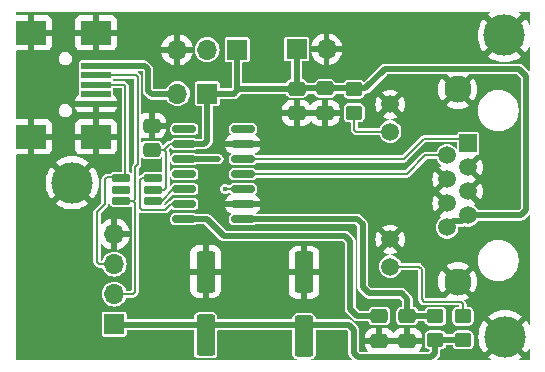
<source format=gbr>
%TF.GenerationSoftware,KiCad,Pcbnew,8.0.5*%
%TF.CreationDate,2025-02-12T12:09:28+01:00*%
%TF.ProjectId,USB-Extender_v2,5553422d-4578-4746-956e-6465725f7632,rev?*%
%TF.SameCoordinates,Original*%
%TF.FileFunction,Copper,L1,Top*%
%TF.FilePolarity,Positive*%
%FSLAX46Y46*%
G04 Gerber Fmt 4.6, Leading zero omitted, Abs format (unit mm)*
G04 Created by KiCad (PCBNEW 8.0.5) date 2025-02-12 12:09:28*
%MOMM*%
%LPD*%
G01*
G04 APERTURE LIST*
G04 Aperture macros list*
%AMRoundRect*
0 Rectangle with rounded corners*
0 $1 Rounding radius*
0 $2 $3 $4 $5 $6 $7 $8 $9 X,Y pos of 4 corners*
0 Add a 4 corners polygon primitive as box body*
4,1,4,$2,$3,$4,$5,$6,$7,$8,$9,$2,$3,0*
0 Add four circle primitives for the rounded corners*
1,1,$1+$1,$2,$3*
1,1,$1+$1,$4,$5*
1,1,$1+$1,$6,$7*
1,1,$1+$1,$8,$9*
0 Add four rect primitives between the rounded corners*
20,1,$1+$1,$2,$3,$4,$5,0*
20,1,$1+$1,$4,$5,$6,$7,0*
20,1,$1+$1,$6,$7,$8,$9,0*
20,1,$1+$1,$8,$9,$2,$3,0*%
G04 Aperture macros list end*
%TA.AperFunction,SMDPad,CuDef*%
%ADD10RoundRect,0.250000X-0.475000X0.337500X-0.475000X-0.337500X0.475000X-0.337500X0.475000X0.337500X0*%
%TD*%
%TA.AperFunction,ComponentPad*%
%ADD11R,1.700000X1.700000*%
%TD*%
%TA.AperFunction,ComponentPad*%
%ADD12O,1.700000X1.700000*%
%TD*%
%TA.AperFunction,SMDPad,CuDef*%
%ADD13RoundRect,0.250000X0.550000X-1.500000X0.550000X1.500000X-0.550000X1.500000X-0.550000X-1.500000X0*%
%TD*%
%TA.AperFunction,ComponentPad*%
%ADD14C,3.500000*%
%TD*%
%TA.AperFunction,SMDPad,CuDef*%
%ADD15RoundRect,0.250000X-0.450000X0.350000X-0.450000X-0.350000X0.450000X-0.350000X0.450000X0.350000X0*%
%TD*%
%TA.AperFunction,SMDPad,CuDef*%
%ADD16R,2.500000X0.500000*%
%TD*%
%TA.AperFunction,SMDPad,CuDef*%
%ADD17R,2.500000X2.000000*%
%TD*%
%TA.AperFunction,SMDPad,CuDef*%
%ADD18RoundRect,0.150000X0.825000X0.150000X-0.825000X0.150000X-0.825000X-0.150000X0.825000X-0.150000X0*%
%TD*%
%TA.AperFunction,SMDPad,CuDef*%
%ADD19RoundRect,0.250000X0.450000X-0.350000X0.450000X0.350000X-0.450000X0.350000X-0.450000X-0.350000X0*%
%TD*%
%TA.AperFunction,SMDPad,CuDef*%
%ADD20RoundRect,0.250000X0.475000X-0.337500X0.475000X0.337500X-0.475000X0.337500X-0.475000X-0.337500X0*%
%TD*%
%TA.AperFunction,ComponentPad*%
%ADD21R,1.500000X1.500000*%
%TD*%
%TA.AperFunction,ComponentPad*%
%ADD22C,1.500000*%
%TD*%
%TA.AperFunction,ComponentPad*%
%ADD23C,2.300000*%
%TD*%
%TA.AperFunction,SMDPad,CuDef*%
%ADD24RoundRect,0.162500X-0.617500X-0.162500X0.617500X-0.162500X0.617500X0.162500X-0.617500X0.162500X0*%
%TD*%
%TA.AperFunction,ViaPad*%
%ADD25C,0.450000*%
%TD*%
%TA.AperFunction,Conductor*%
%ADD26C,0.200000*%
%TD*%
%TA.AperFunction,Conductor*%
%ADD27C,0.500000*%
%TD*%
G04 APERTURE END LIST*
D10*
%TO.P,C2,1*%
%TO.N,+5V*%
X128270000Y-65387400D03*
%TO.P,C2,2*%
%TO.N,GND*%
X128270000Y-67462400D03*
%TD*%
D11*
%TO.P,J5,1,Pin_1*%
%TO.N,+5V*%
X125857000Y-62052200D03*
D12*
%TO.P,J5,2,Pin_2*%
%TO.N,GND*%
X128397000Y-62052200D03*
%TD*%
D11*
%TO.P,J6,1,Pin_1*%
%TO.N,+5V*%
X118318200Y-65836800D03*
D12*
%TO.P,J6,2,Pin_2*%
%TO.N,Net-(J3-VBUS)*%
X115778200Y-65836800D03*
%TD*%
D11*
%TO.P,J4,1,Pin_1*%
%TO.N,Net-(J3-VBUS)*%
X110420000Y-85344000D03*
D12*
%TO.P,J4,2,Pin_2*%
%TO.N,Net-(J3-D-)*%
X110420000Y-82804000D03*
%TO.P,J4,3,Pin_3*%
%TO.N,Net-(J3-D+)*%
X110420000Y-80264000D03*
%TO.P,J4,4,Pin_4*%
%TO.N,GND*%
X110420000Y-77724000D03*
%TD*%
D10*
%TO.P,C1,1*%
%TO.N,Net-(U1-REF)*%
X135229600Y-84664800D03*
%TO.P,C1,2*%
%TO.N,GND*%
X135229600Y-86739800D03*
%TD*%
D13*
%TO.P,C6,1*%
%TO.N,+5V*%
X126492000Y-86360000D03*
%TO.P,C6,2*%
%TO.N,GND*%
X126492000Y-80960000D03*
%TD*%
D14*
%TO.P,H2,1,1*%
%TO.N,GND*%
X143510000Y-86410800D03*
%TD*%
D10*
%TO.P,C4,1*%
%TO.N,Net-(U1-V3)*%
X132867400Y-84664800D03*
%TO.P,C4,2*%
%TO.N,GND*%
X132867400Y-86739800D03*
%TD*%
%TO.P,C3,1*%
%TO.N,+5V*%
X125882400Y-65408900D03*
%TO.P,C3,2*%
%TO.N,GND*%
X125882400Y-67483900D03*
%TD*%
D15*
%TO.P,R1,1*%
%TO.N,Net-(J1-Pad12)*%
X139954000Y-84683600D03*
%TO.P,R1,2*%
%TO.N,+5V*%
X139954000Y-86683600D03*
%TD*%
D16*
%TO.P,J3,1,VBUS*%
%TO.N,Net-(J3-VBUS)*%
X108882600Y-63474800D03*
%TO.P,J3,2,D-*%
%TO.N,Net-(J3-D-)*%
X108882600Y-64274800D03*
%TO.P,J3,3,D+*%
%TO.N,Net-(J3-D+)*%
X108882600Y-65074800D03*
%TO.P,J3,4,ID*%
%TO.N,unconnected-(J3-ID-Pad4)*%
X108882600Y-65874800D03*
%TO.P,J3,5,GND*%
%TO.N,GND*%
X108882600Y-66674800D03*
D17*
%TO.P,J3,6,Shield*%
X108882600Y-60674800D03*
X103382600Y-60674800D03*
X108882600Y-69474800D03*
X103382600Y-69474800D03*
%TD*%
D18*
%TO.P,U1,1,REF*%
%TO.N,Net-(U1-REF)*%
X121310400Y-76454000D03*
%TO.P,U1,2,GND*%
%TO.N,GND*%
X121310400Y-75184000D03*
%TO.P,U1,3,VCC*%
%TO.N,+5V*%
X121310400Y-73914000D03*
%TO.P,U1,4,XD-*%
%TO.N,Net-(U1-XD-)*%
X121310400Y-72644000D03*
%TO.P,U1,5,XD+*%
%TO.N,Net-(U1-XD+)*%
X121310400Y-71374000D03*
%TO.P,U1,6,GND*%
%TO.N,GND*%
X121310400Y-70104000D03*
%TO.P,U1,7,NC*%
%TO.N,unconnected-(U1-NC-Pad7)*%
X121310400Y-68834000D03*
%TO.P,U1,8,NC*%
%TO.N,unconnected-(U1-NC-Pad8)*%
X116360400Y-68834000D03*
%TO.P,U1,9,VCC*%
%TO.N,+5V*%
X116360400Y-70104000D03*
%TO.P,U1,10,UP#*%
%TO.N,MODE*%
X116360400Y-71374000D03*
%TO.P,U1,11,NC*%
%TO.N,unconnected-(U1-NC-Pad11)*%
X116360400Y-72644000D03*
%TO.P,U1,12,UD-*%
%TO.N,Net-(U1-UD-)*%
X116360400Y-73914000D03*
%TO.P,U1,13,UD+*%
%TO.N,Net-(U1-UD+)*%
X116360400Y-75184000D03*
%TO.P,U1,14,V3*%
%TO.N,Net-(U1-V3)*%
X116360400Y-76454000D03*
%TD*%
D15*
%TO.P,R2,1*%
%TO.N,Net-(U1-REF)*%
X137617200Y-84683600D03*
%TO.P,R2,2*%
%TO.N,+5V*%
X137617200Y-86683600D03*
%TD*%
D14*
%TO.P,H3,1,1*%
%TO.N,GND*%
X143459200Y-60909200D03*
%TD*%
D19*
%TO.P,R1.1,1*%
%TO.N,Net-(J1-Pad10)*%
X130733800Y-67446400D03*
%TO.P,R1.1,2*%
%TO.N,+5V*%
X130733800Y-65446400D03*
%TD*%
D11*
%TO.P,J2,1,Pin_1*%
%TO.N,+5V*%
X120827800Y-62103000D03*
D12*
%TO.P,J2,2,Pin_2*%
%TO.N,MODE*%
X118287800Y-62103000D03*
%TO.P,J2,3,Pin_3*%
%TO.N,GND*%
X115747800Y-62103000D03*
%TD*%
D20*
%TO.P,C7,1*%
%TO.N,+5V*%
X113588800Y-70612000D03*
%TO.P,C7,2*%
%TO.N,GND*%
X113588800Y-68537000D03*
%TD*%
D21*
%TO.P,J1,1*%
%TO.N,Net-(U1-XD+)*%
X140387800Y-70049200D03*
D22*
%TO.P,J1,2*%
%TO.N,Net-(U1-XD-)*%
X138607800Y-71065200D03*
%TO.P,J1,3*%
%TO.N,GND*%
X140387800Y-72081200D03*
%TO.P,J1,4*%
X138607800Y-73097200D03*
%TO.P,J1,5*%
X140387800Y-74113200D03*
%TO.P,J1,6*%
X138607800Y-75129200D03*
%TO.P,J1,7*%
%TO.N,+5V*%
X140387800Y-76145200D03*
%TO.P,J1,8*%
X138607800Y-77161200D03*
%TO.P,J1,9*%
%TO.N,GND*%
X133787800Y-66749200D03*
%TO.P,J1,10*%
%TO.N,Net-(J1-Pad10)*%
X133787800Y-69039200D03*
%TO.P,J1,11*%
%TO.N,GND*%
X133787800Y-78179200D03*
%TO.P,J1,12*%
%TO.N,Net-(J1-Pad12)*%
X133787800Y-80469200D03*
D23*
%TO.P,J1,SH*%
%TO.N,GND*%
X139497800Y-65479200D03*
X139497800Y-81739200D03*
%TD*%
D24*
%TO.P,U2,1,I/O1*%
%TO.N,Net-(J3-D+)*%
X110998000Y-73004600D03*
%TO.P,U2,2,GND*%
%TO.N,GND*%
X110998000Y-73954600D03*
%TO.P,U2,3,I/O2*%
%TO.N,Net-(J3-D-)*%
X110998000Y-74904600D03*
%TO.P,U2,4,I/O2*%
%TO.N,Net-(U1-UD-)*%
X113698000Y-74904600D03*
%TO.P,U2,5,VBUS*%
%TO.N,+5V*%
X113698000Y-73954600D03*
%TO.P,U2,6,I/O1*%
%TO.N,Net-(U1-UD+)*%
X113698000Y-73004600D03*
%TD*%
D13*
%TO.P,C5,1*%
%TO.N,+5V*%
X118160800Y-86301600D03*
%TO.P,C5,2*%
%TO.N,GND*%
X118160800Y-80901600D03*
%TD*%
D14*
%TO.P,H1,1,1*%
%TO.N,GND*%
X106857800Y-73380600D03*
%TD*%
D25*
%TO.N,GND*%
X111861600Y-64871600D03*
X113411000Y-71856600D03*
X128752600Y-87807800D03*
X110464600Y-73964800D03*
%TO.N,+5V*%
X136448800Y-88150000D03*
X118287800Y-69850000D03*
X119811800Y-73888600D03*
%TO.N,MODE*%
X119227600Y-71374000D03*
%TD*%
D26*
%TO.N,GND*%
X132824400Y-86696800D02*
X132867400Y-86739800D01*
X111091400Y-73973000D02*
X110947200Y-74117200D01*
D27*
%TO.N,Net-(U1-REF)*%
X131445000Y-76885800D02*
X131013200Y-76454000D01*
X131013200Y-76454000D02*
X121310400Y-76454000D01*
X131064000Y-76504800D02*
X131013200Y-76454000D01*
X132003800Y-82753200D02*
X131445000Y-82194400D01*
X135229600Y-83210400D02*
X134772400Y-82753200D01*
X131445000Y-82194400D02*
X131445000Y-76885800D01*
X135229600Y-84664800D02*
X137566400Y-84664800D01*
X134772400Y-82753200D02*
X132003800Y-82753200D01*
X135229600Y-84360000D02*
X135229600Y-83210400D01*
D26*
%TO.N,+5V*%
X114640400Y-73954600D02*
X114808000Y-73787000D01*
D27*
X120827800Y-65557400D02*
X120827800Y-62103000D01*
D26*
X114808000Y-73787000D02*
X114808000Y-70815200D01*
D27*
X137249600Y-88150000D02*
X137566400Y-87833200D01*
X137566400Y-87833200D02*
X137566400Y-86664800D01*
X125857000Y-65387400D02*
X125857000Y-62052200D01*
X118318200Y-69845000D02*
X118059200Y-70104000D01*
X125882400Y-65408900D02*
X120976300Y-65408900D01*
D26*
X114604800Y-70612000D02*
X115112800Y-70104000D01*
D27*
X128270000Y-65387400D02*
X131691200Y-65387400D01*
X136448800Y-88150000D02*
X137249600Y-88150000D01*
X130261000Y-85387000D02*
X130683000Y-85809000D01*
X120548400Y-65836800D02*
X120827800Y-65557400D01*
X137566400Y-86664800D02*
X139935200Y-86664800D01*
X110463000Y-85387000D02*
X130261000Y-85387000D01*
X131050600Y-88150000D02*
X136448800Y-88150000D01*
X144830800Y-76149200D02*
X144826800Y-76145200D01*
X128270000Y-65387400D02*
X125857000Y-65387400D01*
X120976300Y-65408900D02*
X120827800Y-65557400D01*
X140387800Y-76145200D02*
X139875800Y-76657200D01*
X118318200Y-65836800D02*
X120548400Y-65836800D01*
X139935200Y-86664800D02*
X139954000Y-86683600D01*
X110420000Y-85344000D02*
X110463000Y-85387000D01*
X145288000Y-75692000D02*
X144830800Y-76149200D01*
X144729200Y-63754000D02*
X145288000Y-64312800D01*
X130683000Y-85809000D02*
X130683000Y-87782400D01*
X139875800Y-76657200D02*
X139111800Y-76657200D01*
X131691200Y-65387400D02*
X133324600Y-63754000D01*
D26*
X113878100Y-73954600D02*
X114640400Y-73954600D01*
D27*
X139111800Y-76657200D02*
X138607800Y-77161200D01*
X130683000Y-87782400D02*
X131050600Y-88150000D01*
X125857000Y-65387400D02*
X125700700Y-65387400D01*
X133324600Y-63754000D02*
X144729200Y-63754000D01*
D26*
X114604800Y-70612000D02*
X113588800Y-70612000D01*
X114808000Y-70815200D02*
X114604800Y-70612000D01*
X115112800Y-70104000D02*
X116360400Y-70104000D01*
X119811800Y-73888600D02*
X121285000Y-73888600D01*
D27*
X145288000Y-64312800D02*
X145288000Y-75692000D01*
X118318200Y-65836800D02*
X118318200Y-69845000D01*
X118059200Y-70104000D02*
X116360400Y-70104000D01*
D26*
X121285000Y-73888600D02*
X121310400Y-73914000D01*
D27*
X125700700Y-65387400D02*
X125679200Y-65408900D01*
X144826800Y-76145200D02*
X140387800Y-76145200D01*
%TO.N,Net-(U1-V3)*%
X119684800Y-77876400D02*
X118262400Y-76454000D01*
X130403600Y-84074000D02*
X130403600Y-78282800D01*
X130994400Y-84664800D02*
X130403600Y-84074000D01*
X130403600Y-78282800D02*
X129997200Y-77876400D01*
X129997200Y-77876400D02*
X119684800Y-77876400D01*
X118262400Y-76454000D02*
X116360400Y-76454000D01*
X132867400Y-84664800D02*
X130994400Y-84664800D01*
%TO.N,Net-(U1-XD+)*%
X140387800Y-70080600D02*
X140284200Y-69977000D01*
D26*
X139985400Y-69646800D02*
X136652000Y-69646800D01*
X140387800Y-70049200D02*
X140356400Y-70049200D01*
D27*
X140284200Y-69977000D02*
X140172400Y-69865200D01*
D26*
X136652000Y-69646800D02*
X134934400Y-71364400D01*
D27*
X140387800Y-70506400D02*
X140387800Y-70080600D01*
D26*
X140356400Y-70049200D02*
X140284200Y-69977000D01*
X140387800Y-70049200D02*
X139985400Y-69646800D01*
X134934400Y-71364400D02*
X121358200Y-71364400D01*
%TO.N,Net-(J1-Pad12)*%
X139954000Y-83667600D02*
X139954000Y-84683600D01*
X136448800Y-83261200D02*
X136652000Y-83464400D01*
X136448800Y-80670400D02*
X136448800Y-83261200D01*
X136247600Y-80469200D02*
X136448800Y-80670400D01*
X136652000Y-83464400D02*
X139750800Y-83464400D01*
X133787800Y-80469200D02*
X136247600Y-80469200D01*
X139750800Y-83464400D02*
X139954000Y-83667600D01*
%TO.N,Net-(U1-XD-)*%
X135188400Y-72634400D02*
X121358200Y-72634400D01*
X138607800Y-71065200D02*
X136757600Y-71065200D01*
X136757600Y-71065200D02*
X135188400Y-72634400D01*
%TO.N,Net-(J1-Pad10)*%
X130888200Y-69039200D02*
X130733800Y-68884800D01*
X130733800Y-68884800D02*
X130733800Y-67446400D01*
X133787800Y-69039200D02*
X130888200Y-69039200D01*
%TO.N,Net-(J3-D+)*%
X108966000Y-80086200D02*
X109143800Y-80264000D01*
X111584000Y-72898000D02*
X109829600Y-72898000D01*
X109829600Y-72898000D02*
X109626400Y-73101200D01*
X108882600Y-65074800D02*
X111239123Y-65074800D01*
X111239123Y-65074800D02*
X111353600Y-65189277D01*
X111353600Y-65189277D02*
X111353600Y-72667600D01*
X109626400Y-75184000D02*
X108966000Y-75844400D01*
X109143800Y-80264000D02*
X110420000Y-80264000D01*
X109626400Y-73101200D02*
X109626400Y-75184000D01*
X108966000Y-75844400D02*
X108966000Y-80086200D01*
%TO.N,Net-(J3-D-)*%
X111887000Y-74904600D02*
X112090200Y-74904600D01*
X111887000Y-74904600D02*
X112014000Y-74904600D01*
X112420400Y-64414400D02*
X112280800Y-64274800D01*
X112280800Y-64274800D02*
X108882600Y-64274800D01*
X112090200Y-74904600D02*
X112217200Y-74777600D01*
X112014000Y-74904600D02*
X112191800Y-75082400D01*
X112217200Y-72034400D02*
X112420400Y-71831200D01*
X111988600Y-82804000D02*
X110420000Y-82804000D01*
X110998000Y-74904600D02*
X111887000Y-74904600D01*
X112191800Y-75082400D02*
X112191800Y-82600800D01*
X112217200Y-74777600D02*
X112217200Y-72034400D01*
X112191800Y-82600800D02*
X111988600Y-82804000D01*
X112420400Y-71831200D02*
X112420400Y-64414400D01*
D27*
%TO.N,MODE*%
X119227600Y-71374000D02*
X116360400Y-71374000D01*
D26*
%TO.N,Net-(U1-UD+)*%
X112796400Y-73004600D02*
X113698000Y-73004600D01*
X112617200Y-75533200D02*
X112617200Y-73183800D01*
X115239800Y-75184000D02*
X114757200Y-75666600D01*
X112750600Y-75666600D02*
X112617200Y-75533200D01*
X112617200Y-73183800D02*
X112796400Y-73004600D01*
X116360400Y-75184000D02*
X115239800Y-75184000D01*
X114757200Y-75666600D02*
X112750600Y-75666600D01*
%TO.N,Net-(U1-UD-)*%
X114427000Y-74904600D02*
X115417600Y-73914000D01*
X116301400Y-73973000D02*
X116360400Y-73914000D01*
X113698000Y-74904600D02*
X114427000Y-74904600D01*
X115417600Y-73914000D02*
X116360400Y-73914000D01*
D27*
%TO.N,Net-(J3-VBUS)*%
X113004800Y-63474800D02*
X113284000Y-63754000D01*
X108882600Y-63474800D02*
X113004800Y-63474800D01*
X113284000Y-65582800D02*
X113588800Y-65887600D01*
X115727400Y-65887600D02*
X115778200Y-65836800D01*
X113588800Y-65887600D02*
X115727400Y-65887600D01*
X113284000Y-63754000D02*
X113284000Y-65582800D01*
%TD*%
%TA.AperFunction,Conductor*%
%TO.N,GND*%
G36*
X142258724Y-58934852D02*
G01*
X142273076Y-58969500D01*
X142258724Y-59004148D01*
X142251299Y-59010242D01*
X142086549Y-59120324D01*
X142053159Y-59149605D01*
X142876463Y-59972909D01*
X142742598Y-60070167D01*
X142620167Y-60192598D01*
X142522909Y-60326462D01*
X141699605Y-59503159D01*
X141670324Y-59536549D01*
X141506462Y-59781785D01*
X141376010Y-60046316D01*
X141281201Y-60325613D01*
X141223661Y-60614891D01*
X141204372Y-60909198D01*
X141204372Y-60909201D01*
X141223661Y-61203508D01*
X141281201Y-61492786D01*
X141376010Y-61772083D01*
X141506462Y-62036614D01*
X141670324Y-62281852D01*
X141699604Y-62315239D01*
X141699605Y-62315240D01*
X142522908Y-61491936D01*
X142620167Y-61625802D01*
X142742598Y-61748233D01*
X142876462Y-61845490D01*
X142053158Y-62668793D01*
X142053159Y-62668794D01*
X142086547Y-62698075D01*
X142331785Y-62861937D01*
X142596316Y-62992389D01*
X142875613Y-63087198D01*
X143164891Y-63144738D01*
X143459199Y-63164028D01*
X143459201Y-63164028D01*
X143753508Y-63144738D01*
X144042786Y-63087198D01*
X144322083Y-62992389D01*
X144586614Y-62861937D01*
X144831852Y-62698075D01*
X144865239Y-62668794D01*
X144865240Y-62668793D01*
X144041937Y-61845490D01*
X144175802Y-61748233D01*
X144298233Y-61625802D01*
X144395490Y-61491937D01*
X145218793Y-62315240D01*
X145218794Y-62315239D01*
X145248075Y-62281852D01*
X145411937Y-62036614D01*
X145507353Y-61843129D01*
X145535549Y-61818401D01*
X145572972Y-61820854D01*
X145597700Y-61849050D01*
X145600300Y-61864801D01*
X145600300Y-63869701D01*
X145585948Y-63904349D01*
X145551300Y-63918701D01*
X145516652Y-63904349D01*
X145005814Y-63393511D01*
X144903088Y-63334201D01*
X144903086Y-63334200D01*
X144878873Y-63327713D01*
X144848751Y-63319642D01*
X144788511Y-63303500D01*
X144788509Y-63303500D01*
X133265291Y-63303500D01*
X133265288Y-63303500D01*
X133150718Y-63334199D01*
X133150712Y-63334202D01*
X133107296Y-63359268D01*
X133047985Y-63393511D01*
X133047984Y-63393512D01*
X131614704Y-64826791D01*
X131580056Y-64841143D01*
X131545408Y-64826791D01*
X131540631Y-64821240D01*
X131505950Y-64774249D01*
X131396685Y-64693608D01*
X131396676Y-64693604D01*
X131268498Y-64648753D01*
X131238075Y-64645900D01*
X131238066Y-64645900D01*
X130229534Y-64645900D01*
X130229524Y-64645900D01*
X130199101Y-64648753D01*
X130199100Y-64648753D01*
X130070923Y-64693604D01*
X130070914Y-64693608D01*
X129961649Y-64774249D01*
X129881008Y-64883514D01*
X129881004Y-64883523D01*
X129873810Y-64904083D01*
X129848821Y-64932047D01*
X129827560Y-64936900D01*
X129217511Y-64936900D01*
X129182863Y-64922548D01*
X129171261Y-64904084D01*
X129147794Y-64837021D01*
X129147791Y-64837014D01*
X129067150Y-64727749D01*
X128957885Y-64647108D01*
X128957876Y-64647104D01*
X128829698Y-64602253D01*
X128799275Y-64599400D01*
X128799266Y-64599400D01*
X127740734Y-64599400D01*
X127740724Y-64599400D01*
X127710301Y-64602253D01*
X127710300Y-64602253D01*
X127582123Y-64647104D01*
X127582114Y-64647108D01*
X127472849Y-64727749D01*
X127392208Y-64837014D01*
X127392205Y-64837021D01*
X127368739Y-64904084D01*
X127343749Y-64932047D01*
X127322489Y-64936900D01*
X126822388Y-64936900D01*
X126787740Y-64922548D01*
X126776138Y-64904084D01*
X126760194Y-64858521D01*
X126760191Y-64858514D01*
X126679550Y-64749249D01*
X126570285Y-64668608D01*
X126570276Y-64668604D01*
X126442098Y-64623753D01*
X126411675Y-64620900D01*
X126411666Y-64620900D01*
X126356500Y-64620900D01*
X126321852Y-64606548D01*
X126307500Y-64571900D01*
X126307500Y-63151700D01*
X126321852Y-63117052D01*
X126356500Y-63102700D01*
X126726745Y-63102700D01*
X126726748Y-63102700D01*
X126785231Y-63091067D01*
X126851552Y-63046752D01*
X126895867Y-62980431D01*
X126907500Y-62921948D01*
X126907500Y-61802199D01*
X127066363Y-61802199D01*
X127066364Y-61802200D01*
X127963988Y-61802200D01*
X127931075Y-61859207D01*
X127897000Y-61986374D01*
X127897000Y-62118026D01*
X127931075Y-62245193D01*
X127963988Y-62302200D01*
X127066363Y-62302200D01*
X127123566Y-62515683D01*
X127123568Y-62515688D01*
X127223398Y-62729777D01*
X127223405Y-62729789D01*
X127358885Y-62923272D01*
X127358891Y-62923279D01*
X127525920Y-63090308D01*
X127525927Y-63090314D01*
X127719410Y-63225794D01*
X127719422Y-63225801D01*
X127933511Y-63325631D01*
X127933516Y-63325633D01*
X128147000Y-63382834D01*
X128147000Y-62485212D01*
X128204007Y-62518125D01*
X128331174Y-62552200D01*
X128462826Y-62552200D01*
X128589993Y-62518125D01*
X128647000Y-62485212D01*
X128647000Y-63382834D01*
X128860483Y-63325633D01*
X128860488Y-63325631D01*
X129074577Y-63225801D01*
X129074589Y-63225794D01*
X129268072Y-63090314D01*
X129268079Y-63090308D01*
X129435108Y-62923279D01*
X129435114Y-62923272D01*
X129570594Y-62729789D01*
X129570601Y-62729777D01*
X129670431Y-62515688D01*
X129670433Y-62515683D01*
X129727636Y-62302200D01*
X128830012Y-62302200D01*
X128862925Y-62245193D01*
X128897000Y-62118026D01*
X128897000Y-61986374D01*
X128862925Y-61859207D01*
X128830012Y-61802200D01*
X129727636Y-61802200D01*
X129727636Y-61802199D01*
X129670433Y-61588716D01*
X129670432Y-61588711D01*
X129570601Y-61374623D01*
X129570594Y-61374611D01*
X129435114Y-61181127D01*
X129435108Y-61181120D01*
X129268079Y-61014091D01*
X129268072Y-61014085D01*
X129074589Y-60878605D01*
X129074577Y-60878598D01*
X128860488Y-60778768D01*
X128860483Y-60778766D01*
X128647000Y-60721563D01*
X128647000Y-61619188D01*
X128589993Y-61586275D01*
X128462826Y-61552200D01*
X128331174Y-61552200D01*
X128204007Y-61586275D01*
X128147000Y-61619188D01*
X128147000Y-60721563D01*
X128146999Y-60721563D01*
X127933516Y-60778766D01*
X127933511Y-60778767D01*
X127719423Y-60878598D01*
X127719411Y-60878605D01*
X127525927Y-61014085D01*
X127525920Y-61014091D01*
X127358891Y-61181120D01*
X127358885Y-61181127D01*
X127223405Y-61374611D01*
X127223398Y-61374623D01*
X127123567Y-61588711D01*
X127123566Y-61588716D01*
X127066363Y-61802199D01*
X126907500Y-61802199D01*
X126907500Y-61182452D01*
X126895867Y-61123969D01*
X126856388Y-61064885D01*
X126851552Y-61057647D01*
X126811795Y-61031082D01*
X126785231Y-61013333D01*
X126726748Y-61001700D01*
X124987252Y-61001700D01*
X124928769Y-61013333D01*
X124862447Y-61057647D01*
X124828504Y-61108448D01*
X124818133Y-61123969D01*
X124806500Y-61182452D01*
X124806500Y-62921948D01*
X124818133Y-62980431D01*
X124835882Y-63006995D01*
X124862447Y-63046752D01*
X124874793Y-63055001D01*
X124928769Y-63091067D01*
X124987252Y-63102700D01*
X125357500Y-63102700D01*
X125392148Y-63117052D01*
X125406500Y-63151700D01*
X125406500Y-64571900D01*
X125392148Y-64606548D01*
X125357500Y-64620900D01*
X125353124Y-64620900D01*
X125322701Y-64623753D01*
X125322700Y-64623753D01*
X125194523Y-64668604D01*
X125194514Y-64668608D01*
X125085249Y-64749249D01*
X125004608Y-64858514D01*
X125004605Y-64858521D01*
X124981139Y-64925584D01*
X124956149Y-64953547D01*
X124934889Y-64958400D01*
X121327300Y-64958400D01*
X121292652Y-64944048D01*
X121278300Y-64909400D01*
X121278300Y-63202500D01*
X121292652Y-63167852D01*
X121327300Y-63153500D01*
X121697545Y-63153500D01*
X121697548Y-63153500D01*
X121756031Y-63141867D01*
X121822352Y-63097552D01*
X121866667Y-63031231D01*
X121878300Y-62972748D01*
X121878300Y-61233252D01*
X121866667Y-61174769D01*
X121835262Y-61127769D01*
X121822352Y-61108447D01*
X121761369Y-61067700D01*
X121756031Y-61064133D01*
X121697548Y-61052500D01*
X119958052Y-61052500D01*
X119899569Y-61064133D01*
X119833247Y-61108447D01*
X119794268Y-61166784D01*
X119788933Y-61174769D01*
X119777300Y-61233252D01*
X119777300Y-62972748D01*
X119788933Y-63031231D01*
X119799304Y-63046752D01*
X119833247Y-63097552D01*
X119840952Y-63102700D01*
X119899569Y-63141867D01*
X119958052Y-63153500D01*
X120328300Y-63153500D01*
X120362948Y-63167852D01*
X120377300Y-63202500D01*
X120377300Y-65337300D01*
X120362948Y-65371948D01*
X120328300Y-65386300D01*
X119417700Y-65386300D01*
X119383052Y-65371948D01*
X119368700Y-65337300D01*
X119368700Y-64967055D01*
X119368700Y-64967052D01*
X119357067Y-64908569D01*
X119325662Y-64861569D01*
X119312752Y-64842247D01*
X119272995Y-64815682D01*
X119246431Y-64797933D01*
X119187948Y-64786300D01*
X117448452Y-64786300D01*
X117389969Y-64797933D01*
X117323647Y-64842247D01*
X117296068Y-64883523D01*
X117279333Y-64908569D01*
X117267700Y-64967052D01*
X117267700Y-66706548D01*
X117279333Y-66765031D01*
X117285493Y-66774250D01*
X117323647Y-66831352D01*
X117350212Y-66849101D01*
X117389969Y-66875667D01*
X117448452Y-66887300D01*
X117818700Y-66887300D01*
X117853348Y-66901652D01*
X117867700Y-66936300D01*
X117867700Y-69604500D01*
X117853348Y-69639148D01*
X117818700Y-69653500D01*
X117380100Y-69653500D01*
X117358580Y-69648521D01*
X117286796Y-69613428D01*
X117286794Y-69613427D01*
X117286793Y-69613427D01*
X117264082Y-69610118D01*
X117218662Y-69603500D01*
X117218660Y-69603500D01*
X115502140Y-69603500D01*
X115502138Y-69603500D01*
X115434005Y-69613427D01*
X115434003Y-69613428D01*
X115328919Y-69664801D01*
X115328915Y-69664803D01*
X115246202Y-69747516D01*
X115246202Y-69747517D01*
X115232267Y-69776021D01*
X115204158Y-69800845D01*
X115188247Y-69803500D01*
X115073236Y-69803500D01*
X114996810Y-69823979D01*
X114996808Y-69823979D01*
X114951741Y-69850000D01*
X114928288Y-69863540D01*
X114590068Y-70201760D01*
X114555420Y-70216112D01*
X114520772Y-70201760D01*
X114509170Y-70183295D01*
X114466595Y-70061623D01*
X114466591Y-70061614D01*
X114385950Y-69952349D01*
X114276685Y-69871708D01*
X114276676Y-69871704D01*
X114148498Y-69826853D01*
X114118075Y-69824000D01*
X114118066Y-69824000D01*
X113059534Y-69824000D01*
X113059524Y-69824000D01*
X113029101Y-69826853D01*
X113029100Y-69826853D01*
X112900923Y-69871704D01*
X112900919Y-69871705D01*
X112798997Y-69946927D01*
X112762597Y-69955954D01*
X112730474Y-69936598D01*
X112720900Y-69907501D01*
X112720900Y-69601146D01*
X112735252Y-69566498D01*
X112769900Y-69552146D01*
X112791764Y-69558348D01*
X112792090Y-69557651D01*
X112794677Y-69558857D01*
X112961106Y-69614006D01*
X113063818Y-69624499D01*
X113338799Y-69624499D01*
X113838800Y-69624499D01*
X114113780Y-69624499D01*
X114216493Y-69614006D01*
X114382922Y-69558857D01*
X114532143Y-69466817D01*
X114656117Y-69342843D01*
X114748157Y-69193622D01*
X114803306Y-69027193D01*
X114813800Y-68924481D01*
X114813800Y-68787000D01*
X113838800Y-68787000D01*
X113838800Y-69624499D01*
X113338799Y-69624499D01*
X113338800Y-69624498D01*
X113338800Y-68650738D01*
X115184900Y-68650738D01*
X115184900Y-69017261D01*
X115188097Y-69039199D01*
X115194827Y-69085393D01*
X115246202Y-69190483D01*
X115328917Y-69273198D01*
X115434007Y-69324573D01*
X115482284Y-69331606D01*
X115502138Y-69334500D01*
X115502140Y-69334500D01*
X117218662Y-69334500D01*
X117236175Y-69331948D01*
X117286793Y-69324573D01*
X117391883Y-69273198D01*
X117474598Y-69190483D01*
X117525973Y-69085393D01*
X117535900Y-69017260D01*
X117535900Y-68650740D01*
X117525973Y-68582607D01*
X117474598Y-68477517D01*
X117391883Y-68394802D01*
X117328555Y-68363843D01*
X117286796Y-68343428D01*
X117286794Y-68343427D01*
X117218662Y-68333500D01*
X117218660Y-68333500D01*
X115502140Y-68333500D01*
X115502138Y-68333500D01*
X115434005Y-68343427D01*
X115434003Y-68343428D01*
X115328919Y-68394801D01*
X115328915Y-68394803D01*
X115246203Y-68477515D01*
X115246201Y-68477519D01*
X115194828Y-68582603D01*
X115194827Y-68582605D01*
X115184900Y-68650738D01*
X113338800Y-68650738D01*
X113338800Y-68287000D01*
X113838800Y-68287000D01*
X114813799Y-68287000D01*
X114813799Y-68149519D01*
X114803306Y-68046806D01*
X114748157Y-67880377D01*
X114656117Y-67731156D01*
X114532143Y-67607182D01*
X114382922Y-67515142D01*
X114216493Y-67459993D01*
X114113781Y-67449500D01*
X113838800Y-67449500D01*
X113838800Y-68287000D01*
X113338800Y-68287000D01*
X113338800Y-67449500D01*
X113063819Y-67449500D01*
X112961106Y-67459993D01*
X112794677Y-67515142D01*
X112792090Y-67516349D01*
X112791562Y-67515218D01*
X112758583Y-67520528D01*
X112728186Y-67498562D01*
X112720900Y-67472853D01*
X112720900Y-64374836D01*
X112712243Y-64342534D01*
X112700421Y-64298411D01*
X112700420Y-64298409D01*
X112700420Y-64298408D01*
X112660859Y-64229888D01*
X112465313Y-64034342D01*
X112465307Y-64034337D01*
X112444531Y-64022343D01*
X112434818Y-64016735D01*
X112411988Y-63986983D01*
X112416882Y-63949801D01*
X112446635Y-63926970D01*
X112459318Y-63925300D01*
X112784500Y-63925300D01*
X112819148Y-63939652D01*
X112833500Y-63974300D01*
X112833500Y-65642111D01*
X112852686Y-65713713D01*
X112852686Y-65713714D01*
X112864200Y-65756685D01*
X112864201Y-65756688D01*
X112908118Y-65832753D01*
X112923511Y-65859414D01*
X113312186Y-66248089D01*
X113349015Y-66269352D01*
X113414911Y-66307398D01*
X113414913Y-66307398D01*
X113414914Y-66307399D01*
X113443558Y-66315074D01*
X113529488Y-66338100D01*
X113529491Y-66338100D01*
X114825632Y-66338100D01*
X114860280Y-66352452D01*
X114868844Y-66363998D01*
X114900515Y-66423250D01*
X115031790Y-66583210D01*
X115191750Y-66714485D01*
X115374246Y-66812032D01*
X115572266Y-66872100D01*
X115778200Y-66892383D01*
X115984134Y-66872100D01*
X116182154Y-66812032D01*
X116364650Y-66714485D01*
X116524610Y-66583210D01*
X116655885Y-66423250D01*
X116753432Y-66240754D01*
X116813500Y-66042734D01*
X116833783Y-65836800D01*
X116813500Y-65630866D01*
X116753432Y-65432846D01*
X116655885Y-65250350D01*
X116524610Y-65090390D01*
X116364650Y-64959115D01*
X116196902Y-64869451D01*
X116182156Y-64861569D01*
X116182155Y-64861568D01*
X116182154Y-64861568D01*
X115984134Y-64801500D01*
X115778200Y-64781217D01*
X115572265Y-64801500D01*
X115572264Y-64801500D01*
X115374243Y-64861569D01*
X115191748Y-64959116D01*
X115031790Y-65090390D01*
X114900516Y-65250348D01*
X114900515Y-65250350D01*
X114822558Y-65396197D01*
X114814539Y-65411199D01*
X114785549Y-65434990D01*
X114771325Y-65437100D01*
X113795699Y-65437100D01*
X113761051Y-65422748D01*
X113748852Y-65410549D01*
X113734500Y-65375901D01*
X113734500Y-63694688D01*
X113703799Y-63580115D01*
X113703798Y-63580111D01*
X113677238Y-63534109D01*
X113644488Y-63477385D01*
X113281414Y-63114311D01*
X113178688Y-63055001D01*
X113147899Y-63046751D01*
X113064112Y-63024300D01*
X113064109Y-63024300D01*
X110152348Y-63024300D01*
X107612852Y-63024300D01*
X107554369Y-63035933D01*
X107488047Y-63080247D01*
X107449259Y-63138299D01*
X107443733Y-63146569D01*
X107432100Y-63205052D01*
X107432100Y-63744548D01*
X107443733Y-63803031D01*
X107467397Y-63838446D01*
X107473498Y-63847577D01*
X107480814Y-63884359D01*
X107473497Y-63902023D01*
X107443733Y-63946569D01*
X107432100Y-64005052D01*
X107432100Y-64544548D01*
X107443733Y-64603031D01*
X107457580Y-64623754D01*
X107473498Y-64647577D01*
X107480814Y-64684359D01*
X107473497Y-64702023D01*
X107443733Y-64746569D01*
X107432100Y-64805052D01*
X107432100Y-65344548D01*
X107443733Y-65403031D01*
X107449191Y-65411199D01*
X107473498Y-65447577D01*
X107480814Y-65484359D01*
X107473497Y-65502023D01*
X107443733Y-65546569D01*
X107432100Y-65605052D01*
X107432100Y-65605055D01*
X107432100Y-65931913D01*
X107417748Y-65966561D01*
X107400226Y-65977823D01*
X107390510Y-65981447D01*
X107390509Y-65981447D01*
X107275411Y-66067611D01*
X107189248Y-66182708D01*
X107139001Y-66317426D01*
X107139001Y-66317427D01*
X107132600Y-66376965D01*
X107132600Y-66424800D01*
X110632600Y-66424800D01*
X110632600Y-66376965D01*
X110626198Y-66317427D01*
X110626198Y-66317426D01*
X110575951Y-66182708D01*
X110489788Y-66067611D01*
X110374690Y-65981447D01*
X110364974Y-65977823D01*
X110337527Y-65952266D01*
X110333100Y-65931913D01*
X110333100Y-65605055D01*
X110333100Y-65605052D01*
X110321467Y-65546569D01*
X110291700Y-65502021D01*
X110284384Y-65465241D01*
X110291699Y-65447580D01*
X110321467Y-65403031D01*
X110321467Y-65403029D01*
X110324148Y-65399018D01*
X110325830Y-65400142D01*
X110346943Y-65379030D01*
X110365694Y-65375300D01*
X111004100Y-65375300D01*
X111038748Y-65389652D01*
X111053100Y-65424300D01*
X111053100Y-72430100D01*
X111038748Y-72464748D01*
X111004100Y-72479100D01*
X110346049Y-72479100D01*
X110346048Y-72479101D01*
X110275492Y-72489379D01*
X110275490Y-72489379D01*
X110166655Y-72542586D01*
X110166651Y-72542589D01*
X110126093Y-72583148D01*
X110091445Y-72597500D01*
X109790036Y-72597500D01*
X109713610Y-72617979D01*
X109713608Y-72617979D01*
X109645088Y-72657540D01*
X109645088Y-72657541D01*
X109385941Y-72916688D01*
X109385940Y-72916688D01*
X109346379Y-72985208D01*
X109346379Y-72985210D01*
X109325900Y-73061636D01*
X109325900Y-75039233D01*
X109311548Y-75073881D01*
X108725541Y-75659888D01*
X108725540Y-75659888D01*
X108685979Y-75728408D01*
X108685979Y-75728410D01*
X108665500Y-75804836D01*
X108665500Y-80125763D01*
X108677005Y-80168700D01*
X108685979Y-80202189D01*
X108701306Y-80228736D01*
X108721663Y-80263997D01*
X108725541Y-80270712D01*
X108725542Y-80270714D01*
X108855016Y-80400187D01*
X108903340Y-80448511D01*
X108959289Y-80504460D01*
X109027811Y-80544021D01*
X109063278Y-80553524D01*
X109104236Y-80564500D01*
X109104238Y-80564500D01*
X109377045Y-80564500D01*
X109411693Y-80578852D01*
X109423935Y-80599276D01*
X109444768Y-80667954D01*
X109542315Y-80850450D01*
X109673590Y-81010410D01*
X109833550Y-81141685D01*
X110016046Y-81239232D01*
X110214066Y-81299300D01*
X110420000Y-81319583D01*
X110625934Y-81299300D01*
X110823954Y-81239232D01*
X111006450Y-81141685D01*
X111166410Y-81010410D01*
X111297685Y-80850450D01*
X111395232Y-80667954D01*
X111455300Y-80469934D01*
X111475583Y-80264000D01*
X111472110Y-80228743D01*
X111468214Y-80189179D01*
X111455300Y-80058066D01*
X111395232Y-79860046D01*
X111297685Y-79677550D01*
X111166410Y-79517590D01*
X111006450Y-79386315D01*
X110823954Y-79288768D01*
X110625934Y-79228700D01*
X110420000Y-79208417D01*
X110214065Y-79228700D01*
X110214064Y-79228700D01*
X110016043Y-79288769D01*
X109833548Y-79386316D01*
X109673590Y-79517590D01*
X109542316Y-79677548D01*
X109444769Y-79860043D01*
X109423935Y-79928724D01*
X109400143Y-79957714D01*
X109377045Y-79963500D01*
X109315500Y-79963500D01*
X109280852Y-79949148D01*
X109266500Y-79914500D01*
X109266500Y-78585691D01*
X109280852Y-78551043D01*
X109315500Y-78536691D01*
X109350148Y-78551043D01*
X109355639Y-78557586D01*
X109381891Y-78595079D01*
X109548920Y-78762108D01*
X109548927Y-78762114D01*
X109742410Y-78897594D01*
X109742422Y-78897601D01*
X109956511Y-78997431D01*
X109956516Y-78997433D01*
X110170000Y-79054634D01*
X110170000Y-78157012D01*
X110227007Y-78189925D01*
X110354174Y-78224000D01*
X110485826Y-78224000D01*
X110612993Y-78189925D01*
X110670000Y-78157012D01*
X110670000Y-79054634D01*
X110883483Y-78997433D01*
X110883488Y-78997431D01*
X111097577Y-78897601D01*
X111097589Y-78897594D01*
X111291072Y-78762114D01*
X111291079Y-78762108D01*
X111458108Y-78595079D01*
X111458114Y-78595072D01*
X111593594Y-78401589D01*
X111593601Y-78401577D01*
X111693431Y-78187488D01*
X111693433Y-78187483D01*
X111750636Y-77974000D01*
X110853012Y-77974000D01*
X110885925Y-77916993D01*
X110920000Y-77789826D01*
X110920000Y-77658174D01*
X110885925Y-77531007D01*
X110853012Y-77474000D01*
X111750636Y-77474000D01*
X111750636Y-77473999D01*
X111693433Y-77260516D01*
X111693432Y-77260511D01*
X111593601Y-77046423D01*
X111593594Y-77046411D01*
X111458114Y-76852927D01*
X111458108Y-76852920D01*
X111291079Y-76685891D01*
X111291072Y-76685885D01*
X111097589Y-76550405D01*
X111097577Y-76550398D01*
X110883488Y-76450568D01*
X110883483Y-76450566D01*
X110670000Y-76393363D01*
X110670000Y-77290988D01*
X110612993Y-77258075D01*
X110485826Y-77224000D01*
X110354174Y-77224000D01*
X110227007Y-77258075D01*
X110170000Y-77290988D01*
X110170000Y-76393363D01*
X110169999Y-76393363D01*
X109956516Y-76450566D01*
X109956511Y-76450567D01*
X109742423Y-76550398D01*
X109742411Y-76550405D01*
X109548927Y-76685885D01*
X109548920Y-76685891D01*
X109381891Y-76852920D01*
X109381885Y-76852927D01*
X109355638Y-76890413D01*
X109324009Y-76910564D01*
X109287395Y-76902446D01*
X109267244Y-76870817D01*
X109266500Y-76862308D01*
X109266500Y-75989167D01*
X109280852Y-75954519D01*
X109866859Y-75368512D01*
X109866860Y-75368511D01*
X109906422Y-75299988D01*
X109926899Y-75223565D01*
X109926900Y-75223565D01*
X109926900Y-75155891D01*
X109941252Y-75121243D01*
X109975900Y-75106891D01*
X110010548Y-75121243D01*
X110024388Y-75148828D01*
X110027779Y-75172107D01*
X110027779Y-75172109D01*
X110080986Y-75280944D01*
X110080987Y-75280946D01*
X110080988Y-75280947D01*
X110166653Y-75366612D01*
X110275491Y-75419820D01*
X110346051Y-75430100D01*
X111649948Y-75430099D01*
X111649950Y-75430099D01*
X111649950Y-75430098D01*
X111720509Y-75419820D01*
X111820780Y-75370799D01*
X111858210Y-75368476D01*
X111886321Y-75393300D01*
X111891300Y-75414821D01*
X111891300Y-82454500D01*
X111876948Y-82489148D01*
X111842300Y-82503500D01*
X111462955Y-82503500D01*
X111428307Y-82489148D01*
X111416065Y-82468724D01*
X111410864Y-82451580D01*
X111395232Y-82400046D01*
X111297685Y-82217550D01*
X111166410Y-82057590D01*
X111006450Y-81926315D01*
X110823954Y-81828768D01*
X110625934Y-81768700D01*
X110420000Y-81748417D01*
X110214065Y-81768700D01*
X110214064Y-81768700D01*
X110016043Y-81828769D01*
X109833548Y-81926316D01*
X109673590Y-82057590D01*
X109542316Y-82217548D01*
X109444769Y-82400043D01*
X109384700Y-82598064D01*
X109384700Y-82598065D01*
X109364417Y-82803999D01*
X109364417Y-82804000D01*
X109384700Y-83009934D01*
X109384700Y-83009935D01*
X109407173Y-83084020D01*
X109443477Y-83203699D01*
X109444769Y-83207956D01*
X109445861Y-83209999D01*
X109542315Y-83390450D01*
X109673590Y-83550410D01*
X109833550Y-83681685D01*
X110016046Y-83779232D01*
X110214066Y-83839300D01*
X110420000Y-83859583D01*
X110625934Y-83839300D01*
X110823954Y-83779232D01*
X111006450Y-83681685D01*
X111166410Y-83550410D01*
X111297685Y-83390450D01*
X111395232Y-83207954D01*
X111416065Y-83139276D01*
X111439857Y-83110286D01*
X111462955Y-83104500D01*
X112028164Y-83104500D01*
X112054830Y-83097354D01*
X112104589Y-83084021D01*
X112173111Y-83044460D01*
X112229060Y-82988511D01*
X112432260Y-82785311D01*
X112446931Y-82759900D01*
X112471821Y-82716789D01*
X112492300Y-82640362D01*
X112492300Y-82451580D01*
X116860801Y-82451580D01*
X116871293Y-82554293D01*
X116926442Y-82720722D01*
X117018482Y-82869943D01*
X117142456Y-82993917D01*
X117291677Y-83085957D01*
X117458106Y-83141106D01*
X117560818Y-83151599D01*
X117910799Y-83151599D01*
X118410800Y-83151599D01*
X118760780Y-83151599D01*
X118863493Y-83141106D01*
X119029922Y-83085957D01*
X119179143Y-82993917D01*
X119303117Y-82869943D01*
X119395157Y-82720722D01*
X119450306Y-82554293D01*
X119454833Y-82509980D01*
X125192001Y-82509980D01*
X125202493Y-82612693D01*
X125257642Y-82779122D01*
X125349682Y-82928343D01*
X125473656Y-83052317D01*
X125622877Y-83144357D01*
X125789306Y-83199506D01*
X125892018Y-83209999D01*
X126241999Y-83209999D01*
X126742000Y-83209999D01*
X127091980Y-83209999D01*
X127194693Y-83199506D01*
X127361122Y-83144357D01*
X127510343Y-83052317D01*
X127634317Y-82928343D01*
X127726357Y-82779122D01*
X127781506Y-82612693D01*
X127792000Y-82509981D01*
X127792000Y-81210000D01*
X126742000Y-81210000D01*
X126742000Y-83209999D01*
X126241999Y-83209999D01*
X126242000Y-83209998D01*
X126242000Y-81210000D01*
X125192001Y-81210000D01*
X125192001Y-82509980D01*
X119454833Y-82509980D01*
X119460800Y-82451581D01*
X119460800Y-81151600D01*
X118410800Y-81151600D01*
X118410800Y-83151599D01*
X117910799Y-83151599D01*
X117910800Y-83151598D01*
X117910800Y-81151600D01*
X116860801Y-81151600D01*
X116860801Y-82451580D01*
X112492300Y-82451580D01*
X112492300Y-79351618D01*
X116860800Y-79351618D01*
X116860800Y-80651600D01*
X117910800Y-80651600D01*
X118410800Y-80651600D01*
X119460799Y-80651600D01*
X119460799Y-79410018D01*
X125192000Y-79410018D01*
X125192000Y-80710000D01*
X126242000Y-80710000D01*
X126742000Y-80710000D01*
X127791999Y-80710000D01*
X127791999Y-79410019D01*
X127781506Y-79307306D01*
X127726357Y-79140877D01*
X127634317Y-78991656D01*
X127510343Y-78867682D01*
X127361122Y-78775642D01*
X127194693Y-78720493D01*
X127091981Y-78710000D01*
X126742000Y-78710000D01*
X126742000Y-80710000D01*
X126242000Y-80710000D01*
X126242000Y-78710000D01*
X125892019Y-78710000D01*
X125789306Y-78720493D01*
X125622877Y-78775642D01*
X125473656Y-78867682D01*
X125349682Y-78991656D01*
X125257642Y-79140877D01*
X125202493Y-79307306D01*
X125192000Y-79410018D01*
X119460799Y-79410018D01*
X119460799Y-79351619D01*
X119450306Y-79248906D01*
X119395157Y-79082477D01*
X119303117Y-78933256D01*
X119179143Y-78809282D01*
X119029922Y-78717242D01*
X118863493Y-78662093D01*
X118760781Y-78651600D01*
X118410800Y-78651600D01*
X118410800Y-80651600D01*
X117910800Y-80651600D01*
X117910800Y-78651600D01*
X117560819Y-78651600D01*
X117458106Y-78662093D01*
X117291677Y-78717242D01*
X117142456Y-78809282D01*
X117018482Y-78933256D01*
X116926442Y-79082477D01*
X116871293Y-79248906D01*
X116860800Y-79351618D01*
X112492300Y-79351618D01*
X112492300Y-76637259D01*
X115184899Y-76637259D01*
X115194827Y-76705394D01*
X115194828Y-76705396D01*
X115198015Y-76711915D01*
X115246202Y-76810483D01*
X115328917Y-76893198D01*
X115434007Y-76944573D01*
X115482284Y-76951606D01*
X115502138Y-76954500D01*
X115502140Y-76954500D01*
X117218662Y-76954500D01*
X117232476Y-76952486D01*
X117286793Y-76944573D01*
X117329267Y-76923808D01*
X117358580Y-76909479D01*
X117380100Y-76904500D01*
X118055501Y-76904500D01*
X118090149Y-76918852D01*
X119408186Y-78236889D01*
X119408187Y-78236890D01*
X119408189Y-78236891D01*
X119431200Y-78250176D01*
X119467496Y-78271131D01*
X119510914Y-78296199D01*
X119510916Y-78296199D01*
X119510917Y-78296200D01*
X119625487Y-78326899D01*
X119625488Y-78326900D01*
X119625491Y-78326900D01*
X129790301Y-78326900D01*
X129824949Y-78341252D01*
X129938748Y-78455051D01*
X129953100Y-78489699D01*
X129953100Y-84133310D01*
X129974801Y-84214297D01*
X129974801Y-84214299D01*
X129983800Y-84247886D01*
X129983801Y-84247888D01*
X130042437Y-84349447D01*
X130043111Y-84350614D01*
X130717786Y-85025289D01*
X130717787Y-85025290D01*
X130717789Y-85025291D01*
X130738807Y-85037425D01*
X130771960Y-85056566D01*
X130820514Y-85084599D01*
X130849158Y-85092274D01*
X130935088Y-85115300D01*
X130935091Y-85115300D01*
X131919889Y-85115300D01*
X131954537Y-85129652D01*
X131966139Y-85148116D01*
X131989605Y-85215178D01*
X131989608Y-85215185D01*
X132070249Y-85324450D01*
X132179514Y-85405091D01*
X132179517Y-85405092D01*
X132179518Y-85405093D01*
X132179520Y-85405093D01*
X132179523Y-85405095D01*
X132268974Y-85436395D01*
X132307701Y-85449946D01*
X132338134Y-85452800D01*
X132338144Y-85452800D01*
X133396656Y-85452800D01*
X133396666Y-85452800D01*
X133427099Y-85449946D01*
X133555282Y-85405093D01*
X133664550Y-85324450D01*
X133694857Y-85283385D01*
X133745191Y-85215185D01*
X133745191Y-85215184D01*
X133745193Y-85215182D01*
X133790046Y-85086999D01*
X133792900Y-85056566D01*
X133792900Y-84273034D01*
X133790046Y-84242601D01*
X133778445Y-84209448D01*
X133745195Y-84114423D01*
X133745191Y-84114414D01*
X133664550Y-84005149D01*
X133555285Y-83924508D01*
X133555276Y-83924504D01*
X133427098Y-83879653D01*
X133396675Y-83876800D01*
X133396666Y-83876800D01*
X132338134Y-83876800D01*
X132338124Y-83876800D01*
X132307701Y-83879653D01*
X132307700Y-83879653D01*
X132179523Y-83924504D01*
X132179514Y-83924508D01*
X132070249Y-84005149D01*
X131989608Y-84114414D01*
X131989605Y-84114421D01*
X131966139Y-84181484D01*
X131941149Y-84209447D01*
X131919889Y-84214300D01*
X131201299Y-84214300D01*
X131166651Y-84199948D01*
X130868452Y-83901749D01*
X130854100Y-83867101D01*
X130854100Y-78223488D01*
X130854099Y-78223487D01*
X130823400Y-78108917D01*
X130823399Y-78108915D01*
X130823399Y-78108914D01*
X130798331Y-78065496D01*
X130764089Y-78006186D01*
X130273814Y-77515911D01*
X130201223Y-77474000D01*
X130171088Y-77456601D01*
X130171086Y-77456600D01*
X130146873Y-77450113D01*
X130116751Y-77442042D01*
X130056511Y-77425900D01*
X130056509Y-77425900D01*
X119891699Y-77425900D01*
X119857051Y-77411548D01*
X118539014Y-76093511D01*
X118436288Y-76034201D01*
X118436286Y-76034200D01*
X118412073Y-76027713D01*
X118381951Y-76019642D01*
X118321711Y-76003500D01*
X118321709Y-76003500D01*
X117380100Y-76003500D01*
X117358580Y-75998521D01*
X117286796Y-75963428D01*
X117286794Y-75963427D01*
X117286793Y-75963427D01*
X117255510Y-75958869D01*
X117218662Y-75953500D01*
X117218660Y-75953500D01*
X115502140Y-75953500D01*
X115502138Y-75953500D01*
X115434005Y-75963427D01*
X115434003Y-75963428D01*
X115328919Y-76014801D01*
X115328915Y-76014803D01*
X115246203Y-76097515D01*
X115246201Y-76097519D01*
X115194828Y-76202603D01*
X115194827Y-76202605D01*
X115184900Y-76270738D01*
X115184900Y-76637259D01*
X115184899Y-76637259D01*
X112492300Y-76637259D01*
X112492300Y-75949327D01*
X112506652Y-75914679D01*
X112541300Y-75900327D01*
X112565801Y-75906892D01*
X112566084Y-75907055D01*
X112566089Y-75907060D01*
X112626883Y-75942159D01*
X112634611Y-75946621D01*
X112711036Y-75967100D01*
X112711038Y-75967100D01*
X114796764Y-75967100D01*
X114827480Y-75958869D01*
X114873189Y-75946621D01*
X114941711Y-75907060D01*
X114997660Y-75851111D01*
X115242597Y-75606174D01*
X115277245Y-75591822D01*
X115311893Y-75606174D01*
X115328917Y-75623198D01*
X115434007Y-75674573D01*
X115482284Y-75681606D01*
X115502138Y-75684500D01*
X115502140Y-75684500D01*
X117218662Y-75684500D01*
X117235990Y-75681974D01*
X117286793Y-75674573D01*
X117391883Y-75623198D01*
X117474598Y-75540483D01*
X117525973Y-75435393D01*
X117526176Y-75434000D01*
X119838104Y-75434000D01*
X119838299Y-75436488D01*
X119838299Y-75436491D01*
X119884119Y-75594201D01*
X119967713Y-75735551D01*
X119967717Y-75735556D01*
X120083843Y-75851682D01*
X120083848Y-75851686D01*
X120225196Y-75935279D01*
X120248877Y-75942159D01*
X120278146Y-75965607D01*
X120282263Y-76002883D01*
X120269856Y-76023862D01*
X120196204Y-76097514D01*
X120196201Y-76097519D01*
X120144828Y-76202603D01*
X120144827Y-76202605D01*
X120134900Y-76270738D01*
X120134900Y-76637259D01*
X120134899Y-76637259D01*
X120144827Y-76705394D01*
X120144828Y-76705396D01*
X120148015Y-76711915D01*
X120196202Y-76810483D01*
X120278917Y-76893198D01*
X120384007Y-76944573D01*
X120432284Y-76951606D01*
X120452138Y-76954500D01*
X120452140Y-76954500D01*
X122168662Y-76954500D01*
X122182476Y-76952486D01*
X122236793Y-76944573D01*
X122279267Y-76923808D01*
X122308580Y-76909479D01*
X122330100Y-76904500D01*
X130806301Y-76904500D01*
X130840949Y-76918852D01*
X130980148Y-77058051D01*
X130994500Y-77092699D01*
X130994500Y-82253710D01*
X131015853Y-82333398D01*
X131015853Y-82333400D01*
X131025200Y-82368286D01*
X131025201Y-82368288D01*
X131083189Y-82468724D01*
X131084511Y-82471014D01*
X131727187Y-83113690D01*
X131727190Y-83113691D01*
X131727193Y-83113694D01*
X131814154Y-83163900D01*
X131829914Y-83172999D01*
X131858558Y-83180674D01*
X131944488Y-83203700D01*
X131944491Y-83203700D01*
X134565501Y-83203700D01*
X134600149Y-83218052D01*
X134764748Y-83382651D01*
X134779100Y-83417299D01*
X134779100Y-83827800D01*
X134764748Y-83862448D01*
X134730100Y-83876800D01*
X134700324Y-83876800D01*
X134669901Y-83879653D01*
X134669900Y-83879653D01*
X134541723Y-83924504D01*
X134541714Y-83924508D01*
X134432449Y-84005149D01*
X134351808Y-84114414D01*
X134351804Y-84114423D01*
X134306953Y-84242600D01*
X134306953Y-84242601D01*
X134304100Y-84273024D01*
X134304100Y-85056565D01*
X134306953Y-85086998D01*
X134306953Y-85086999D01*
X134351804Y-85215176D01*
X134351808Y-85215185D01*
X134432449Y-85324450D01*
X134541714Y-85405091D01*
X134541717Y-85405092D01*
X134541718Y-85405093D01*
X134541720Y-85405093D01*
X134541723Y-85405095D01*
X134631174Y-85436395D01*
X134669901Y-85449946D01*
X134700334Y-85452800D01*
X134700344Y-85452800D01*
X135758856Y-85452800D01*
X135758866Y-85452800D01*
X135789299Y-85449946D01*
X135917482Y-85405093D01*
X136026750Y-85324450D01*
X136057057Y-85283385D01*
X136107391Y-85215185D01*
X136107391Y-85215184D01*
X136107393Y-85215182D01*
X136115611Y-85191694D01*
X136130861Y-85148116D01*
X136155851Y-85120153D01*
X136177111Y-85115300D01*
X136683737Y-85115300D01*
X136718385Y-85129652D01*
X136729987Y-85148117D01*
X136764404Y-85246476D01*
X136764408Y-85246485D01*
X136845049Y-85355750D01*
X136954314Y-85436391D01*
X136954317Y-85436392D01*
X136954318Y-85436393D01*
X136954320Y-85436393D01*
X136954323Y-85436395D01*
X137050350Y-85469996D01*
X137082501Y-85481246D01*
X137112934Y-85484100D01*
X137112944Y-85484100D01*
X138121456Y-85484100D01*
X138121466Y-85484100D01*
X138151899Y-85481246D01*
X138280082Y-85436393D01*
X138327788Y-85401185D01*
X138389350Y-85355750D01*
X138469991Y-85246485D01*
X138469991Y-85246484D01*
X138469993Y-85246482D01*
X138514846Y-85118299D01*
X138517700Y-85087866D01*
X138517700Y-84279334D01*
X138514846Y-84248901D01*
X138514491Y-84247887D01*
X138469995Y-84120723D01*
X138469991Y-84120714D01*
X138389350Y-84011449D01*
X138280085Y-83930808D01*
X138280076Y-83930804D01*
X138151898Y-83885953D01*
X138121475Y-83883100D01*
X138121466Y-83883100D01*
X137112934Y-83883100D01*
X137112924Y-83883100D01*
X137082501Y-83885953D01*
X137082500Y-83885953D01*
X136954323Y-83930804D01*
X136954314Y-83930808D01*
X136845049Y-84011449D01*
X136764408Y-84120715D01*
X136764407Y-84120718D01*
X136745322Y-84175261D01*
X136743144Y-84181484D01*
X136718154Y-84209448D01*
X136696894Y-84214300D01*
X136177111Y-84214300D01*
X136142463Y-84199948D01*
X136130861Y-84181484D01*
X136107394Y-84114421D01*
X136107391Y-84114414D01*
X136026750Y-84005149D01*
X135917485Y-83924508D01*
X135917476Y-83924504D01*
X135789298Y-83879653D01*
X135758875Y-83876800D01*
X135758866Y-83876800D01*
X135729100Y-83876800D01*
X135694452Y-83862448D01*
X135680100Y-83827800D01*
X135680100Y-83151088D01*
X135649399Y-83036515D01*
X135649398Y-83036512D01*
X135617451Y-82981179D01*
X135617450Y-82981178D01*
X135590091Y-82933789D01*
X135590086Y-82933783D01*
X135049014Y-82392711D01*
X134946288Y-82333401D01*
X134946286Y-82333400D01*
X134922073Y-82326913D01*
X134891951Y-82318842D01*
X134831711Y-82302700D01*
X134831709Y-82302700D01*
X132210699Y-82302700D01*
X132176051Y-82288348D01*
X131909852Y-82022149D01*
X131895500Y-81987501D01*
X131895500Y-78179200D01*
X132533025Y-78179200D01*
X132552088Y-78397091D01*
X132552089Y-78397097D01*
X132608694Y-78608350D01*
X132608696Y-78608355D01*
X132701131Y-78806586D01*
X132701138Y-78806598D01*
X132744672Y-78868770D01*
X132744674Y-78868770D01*
X133349744Y-78263701D01*
X133373126Y-78350964D01*
X133431711Y-78452436D01*
X133514564Y-78535289D01*
X133616036Y-78593874D01*
X133703297Y-78617255D01*
X133098228Y-79222323D01*
X133098228Y-79222325D01*
X133160412Y-79265866D01*
X133160420Y-79265870D01*
X133358644Y-79358303D01*
X133358649Y-79358305D01*
X133569902Y-79414910D01*
X133569908Y-79414911D01*
X133693683Y-79425740D01*
X133726948Y-79443057D01*
X133738226Y-79478825D01*
X133720909Y-79512090D01*
X133694215Y-79523318D01*
X133601469Y-79532453D01*
X133601467Y-79532453D01*
X133422297Y-79586804D01*
X133257175Y-79675063D01*
X133257168Y-79675068D01*
X133112443Y-79793843D01*
X132993668Y-79938568D01*
X132993663Y-79938575D01*
X132905404Y-80103697D01*
X132851053Y-80282867D01*
X132851053Y-80282868D01*
X132832701Y-80469199D01*
X132832701Y-80469200D01*
X132851053Y-80655531D01*
X132851053Y-80655532D01*
X132905404Y-80834702D01*
X132993663Y-80999824D01*
X132993668Y-80999831D01*
X133056575Y-81076482D01*
X133112443Y-81144557D01*
X133192185Y-81210000D01*
X133257168Y-81263331D01*
X133257175Y-81263336D01*
X133324457Y-81299299D01*
X133422299Y-81351596D01*
X133601469Y-81405947D01*
X133787800Y-81424299D01*
X133974131Y-81405947D01*
X134153301Y-81351596D01*
X134318425Y-81263336D01*
X134463157Y-81144557D01*
X134581936Y-80999825D01*
X134670196Y-80834701D01*
X134679365Y-80804474D01*
X134703157Y-80775486D01*
X134726255Y-80769700D01*
X136099300Y-80769700D01*
X136133948Y-80784052D01*
X136148300Y-80818700D01*
X136148300Y-83300763D01*
X136168778Y-83377187D01*
X136168779Y-83377191D01*
X136196252Y-83424773D01*
X136196253Y-83424775D01*
X136208337Y-83445707D01*
X136208339Y-83445709D01*
X136208340Y-83445711D01*
X136411540Y-83648911D01*
X136467489Y-83704860D01*
X136536011Y-83744421D01*
X136571478Y-83753924D01*
X136612436Y-83764900D01*
X136612438Y-83764900D01*
X139604500Y-83764900D01*
X139639148Y-83779252D01*
X139653500Y-83813900D01*
X139653500Y-83834100D01*
X139639148Y-83868748D01*
X139604500Y-83883100D01*
X139449724Y-83883100D01*
X139419301Y-83885953D01*
X139419300Y-83885953D01*
X139291123Y-83930804D01*
X139291114Y-83930808D01*
X139181849Y-84011449D01*
X139101208Y-84120714D01*
X139101204Y-84120723D01*
X139056353Y-84248900D01*
X139056353Y-84248901D01*
X139053500Y-84279324D01*
X139053500Y-85087875D01*
X139056353Y-85118298D01*
X139056353Y-85118299D01*
X139101204Y-85246476D01*
X139101208Y-85246485D01*
X139181849Y-85355750D01*
X139291114Y-85436391D01*
X139291117Y-85436392D01*
X139291118Y-85436393D01*
X139291120Y-85436393D01*
X139291123Y-85436395D01*
X139387150Y-85469996D01*
X139419301Y-85481246D01*
X139449734Y-85484100D01*
X139449744Y-85484100D01*
X140458256Y-85484100D01*
X140458266Y-85484100D01*
X140488699Y-85481246D01*
X140616882Y-85436393D01*
X140664588Y-85401185D01*
X140726150Y-85355750D01*
X140806791Y-85246485D01*
X140806791Y-85246484D01*
X140806793Y-85246482D01*
X140851646Y-85118299D01*
X140854500Y-85087866D01*
X140854500Y-84279334D01*
X140851646Y-84248901D01*
X140851291Y-84247887D01*
X140806795Y-84120723D01*
X140806791Y-84120714D01*
X140726150Y-84011449D01*
X140616885Y-83930808D01*
X140616876Y-83930804D01*
X140488698Y-83885953D01*
X140458275Y-83883100D01*
X140458266Y-83883100D01*
X140303500Y-83883100D01*
X140268852Y-83868748D01*
X140254500Y-83834100D01*
X140254500Y-83628036D01*
X140245843Y-83595734D01*
X140234021Y-83551611D01*
X140234020Y-83551609D01*
X140234020Y-83551608D01*
X140194459Y-83483088D01*
X140072006Y-83360635D01*
X140057654Y-83325987D01*
X140072006Y-83291339D01*
X140087903Y-83280717D01*
X140249199Y-83213907D01*
X140249207Y-83213903D01*
X140470645Y-83078205D01*
X140470647Y-83078204D01*
X140477444Y-83072398D01*
X140477445Y-83072398D01*
X139848613Y-82443566D01*
X139869637Y-82434858D01*
X139998208Y-82348949D01*
X140107549Y-82239608D01*
X140193458Y-82111037D01*
X140202166Y-82090013D01*
X140830998Y-82718845D01*
X140830998Y-82718844D01*
X140836804Y-82712047D01*
X140836805Y-82712045D01*
X140972503Y-82490607D01*
X140972505Y-82490604D01*
X141071896Y-82250653D01*
X141132524Y-81998117D01*
X141152901Y-81739200D01*
X141132524Y-81480282D01*
X141071896Y-81227746D01*
X140972505Y-80987795D01*
X140972503Y-80987792D01*
X140836810Y-80766361D01*
X140836801Y-80766349D01*
X140830998Y-80759554D01*
X140202166Y-81388385D01*
X140193458Y-81367363D01*
X140107549Y-81238792D01*
X139998208Y-81129451D01*
X139869637Y-81043542D01*
X139848611Y-81034833D01*
X140477444Y-80406001D01*
X140470647Y-80400196D01*
X140470634Y-80400187D01*
X140249207Y-80264496D01*
X140249204Y-80264494D01*
X140009253Y-80165103D01*
X139756717Y-80104475D01*
X139497800Y-80084098D01*
X139238882Y-80104475D01*
X138986346Y-80165103D01*
X138746395Y-80264494D01*
X138746392Y-80264496D01*
X138524959Y-80400190D01*
X138524957Y-80400192D01*
X138518154Y-80406001D01*
X139146986Y-81034833D01*
X139125963Y-81043542D01*
X138997392Y-81129451D01*
X138888051Y-81238792D01*
X138802142Y-81367363D01*
X138793433Y-81388386D01*
X138164601Y-80759554D01*
X138158792Y-80766357D01*
X138158790Y-80766359D01*
X138023096Y-80987792D01*
X138023094Y-80987795D01*
X137923703Y-81227746D01*
X137863075Y-81480282D01*
X137842698Y-81739200D01*
X137863075Y-81998117D01*
X137923703Y-82250653D01*
X138023094Y-82490604D01*
X138023096Y-82490607D01*
X138158787Y-82712034D01*
X138158796Y-82712047D01*
X138164601Y-82718844D01*
X138793433Y-82090012D01*
X138802142Y-82111037D01*
X138888051Y-82239608D01*
X138997392Y-82348949D01*
X139125963Y-82434858D01*
X139146986Y-82443566D01*
X138518154Y-83072397D01*
X138524291Y-83077639D01*
X138541318Y-83111054D01*
X138529730Y-83146722D01*
X138496315Y-83163749D01*
X138492469Y-83163900D01*
X136798300Y-83163900D01*
X136763652Y-83149548D01*
X136749300Y-83114900D01*
X136749300Y-80630835D01*
X136749299Y-80630834D01*
X136740843Y-80599276D01*
X136728822Y-80554412D01*
X136689260Y-80485889D01*
X136432111Y-80228740D01*
X136432107Y-80228738D01*
X136432105Y-80228736D01*
X136424660Y-80224438D01*
X136363590Y-80189179D01*
X136287164Y-80168700D01*
X136287162Y-80168700D01*
X134726255Y-80168700D01*
X134691607Y-80154348D01*
X134679365Y-80133925D01*
X134676889Y-80125763D01*
X134670196Y-80103699D01*
X134581936Y-79938575D01*
X134581931Y-79938568D01*
X134531230Y-79876790D01*
X134504972Y-79844794D01*
X141182300Y-79844794D01*
X141182300Y-80073606D01*
X141212166Y-80300461D01*
X141212167Y-80300465D01*
X141212168Y-80300472D01*
X141271384Y-80521469D01*
X141271388Y-80521479D01*
X141358950Y-80732872D01*
X141473354Y-80931025D01*
X141473364Y-80931040D01*
X141612643Y-81112551D01*
X141612653Y-81112563D01*
X141774436Y-81274346D01*
X141774448Y-81274356D01*
X141955959Y-81413635D01*
X141955968Y-81413641D01*
X141955972Y-81413644D01*
X142154129Y-81528050D01*
X142365524Y-81615613D01*
X142365527Y-81615613D01*
X142365530Y-81615615D01*
X142586527Y-81674831D01*
X142586528Y-81674831D01*
X142586539Y-81674834D01*
X142813394Y-81704700D01*
X142813398Y-81704700D01*
X143042202Y-81704700D01*
X143042206Y-81704700D01*
X143269061Y-81674834D01*
X143490076Y-81615613D01*
X143701471Y-81528050D01*
X143899628Y-81413644D01*
X144081157Y-81274352D01*
X144242952Y-81112557D01*
X144382244Y-80931028D01*
X144496650Y-80732871D01*
X144584213Y-80521476D01*
X144588773Y-80504460D01*
X144643431Y-80300472D01*
X144643430Y-80300472D01*
X144643434Y-80300461D01*
X144673300Y-80073606D01*
X144673300Y-79844794D01*
X144643434Y-79617939D01*
X144643431Y-79617927D01*
X144584215Y-79396930D01*
X144584211Y-79396920D01*
X144579818Y-79386315D01*
X144496650Y-79185529D01*
X144382244Y-78987372D01*
X144382241Y-78987368D01*
X144382235Y-78987359D01*
X144242956Y-78805848D01*
X144242946Y-78805836D01*
X144081163Y-78644053D01*
X144081151Y-78644043D01*
X143899640Y-78504764D01*
X143899625Y-78504754D01*
X143701472Y-78390350D01*
X143490079Y-78302788D01*
X143490069Y-78302784D01*
X143269072Y-78243568D01*
X143269065Y-78243567D01*
X143269061Y-78243566D01*
X143042206Y-78213700D01*
X142813394Y-78213700D01*
X142586539Y-78243566D01*
X142586535Y-78243566D01*
X142586527Y-78243568D01*
X142365530Y-78302784D01*
X142365520Y-78302788D01*
X142154127Y-78390350D01*
X141955974Y-78504754D01*
X141955959Y-78504764D01*
X141774448Y-78644043D01*
X141774436Y-78644053D01*
X141612653Y-78805836D01*
X141612643Y-78805848D01*
X141473364Y-78987359D01*
X141473354Y-78987374D01*
X141358950Y-79185527D01*
X141271388Y-79396920D01*
X141271384Y-79396930D01*
X141212168Y-79617927D01*
X141212166Y-79617935D01*
X141212166Y-79617939D01*
X141182300Y-79844794D01*
X134504972Y-79844794D01*
X134463157Y-79793843D01*
X134395082Y-79737975D01*
X134318431Y-79675068D01*
X134318424Y-79675063D01*
X134153302Y-79586804D01*
X133974131Y-79532453D01*
X133881384Y-79523318D01*
X133848309Y-79505639D01*
X133837423Y-79469751D01*
X133855102Y-79436676D01*
X133881916Y-79425740D01*
X134005691Y-79414911D01*
X134005697Y-79414910D01*
X134216950Y-79358305D01*
X134216955Y-79358303D01*
X134415179Y-79265870D01*
X134415189Y-79265865D01*
X134477370Y-79222324D01*
X134477370Y-79222323D01*
X133872302Y-78617255D01*
X133959564Y-78593874D01*
X134061036Y-78535289D01*
X134143889Y-78452436D01*
X134202474Y-78350964D01*
X134225855Y-78263702D01*
X134830923Y-78868770D01*
X134830924Y-78868770D01*
X134874465Y-78806589D01*
X134874470Y-78806579D01*
X134966903Y-78608355D01*
X134966905Y-78608350D01*
X135023510Y-78397097D01*
X135023511Y-78397091D01*
X135042574Y-78179200D01*
X135023511Y-77961308D01*
X135023510Y-77961302D01*
X134966905Y-77750049D01*
X134966904Y-77750044D01*
X134874468Y-77551814D01*
X134874460Y-77551802D01*
X134830926Y-77489628D01*
X134830924Y-77489628D01*
X134225855Y-78094697D01*
X134202474Y-78007436D01*
X134143889Y-77905964D01*
X134061036Y-77823111D01*
X133959564Y-77764526D01*
X133872300Y-77741143D01*
X134477370Y-77136074D01*
X134477370Y-77136072D01*
X134415198Y-77092538D01*
X134415186Y-77092531D01*
X134216955Y-77000096D01*
X134216950Y-77000094D01*
X134005697Y-76943489D01*
X134005691Y-76943488D01*
X133787800Y-76924425D01*
X133569908Y-76943488D01*
X133569902Y-76943489D01*
X133358649Y-77000094D01*
X133358644Y-77000095D01*
X133160416Y-77092531D01*
X133160414Y-77092532D01*
X133098228Y-77136074D01*
X133703298Y-77741144D01*
X133616036Y-77764526D01*
X133514564Y-77823111D01*
X133431711Y-77905964D01*
X133373126Y-78007436D01*
X133349744Y-78094698D01*
X132744674Y-77489628D01*
X132701132Y-77551814D01*
X132701131Y-77551816D01*
X132608695Y-77750044D01*
X132608694Y-77750049D01*
X132552089Y-77961302D01*
X132552088Y-77961308D01*
X132533025Y-78179200D01*
X131895500Y-78179200D01*
X131895500Y-76826488D01*
X131864799Y-76711915D01*
X131864798Y-76711912D01*
X131821697Y-76637260D01*
X131821696Y-76637259D01*
X131817837Y-76630575D01*
X131805489Y-76609186D01*
X131289814Y-76093511D01*
X131187088Y-76034201D01*
X131187086Y-76034200D01*
X131162873Y-76027713D01*
X131132751Y-76019642D01*
X131072511Y-76003500D01*
X131072509Y-76003500D01*
X122459362Y-76003500D01*
X122424714Y-75989148D01*
X122410362Y-75954500D01*
X122424714Y-75919852D01*
X122434419Y-75912324D01*
X122536951Y-75851686D01*
X122536956Y-75851682D01*
X122653082Y-75735556D01*
X122653086Y-75735551D01*
X122736680Y-75594201D01*
X122782500Y-75436491D01*
X122782500Y-75436488D01*
X122782696Y-75434000D01*
X119838104Y-75434000D01*
X117526176Y-75434000D01*
X117535900Y-75367260D01*
X117535900Y-75000740D01*
X117525973Y-74932607D01*
X117474598Y-74827517D01*
X117391883Y-74744802D01*
X117300339Y-74700049D01*
X117286796Y-74693428D01*
X117286794Y-74693427D01*
X117218662Y-74683500D01*
X117218660Y-74683500D01*
X115502140Y-74683500D01*
X115502138Y-74683500D01*
X115434005Y-74693427D01*
X115434003Y-74693428D01*
X115328919Y-74744801D01*
X115328915Y-74744803D01*
X115246203Y-74827515D01*
X115246202Y-74827517D01*
X115231432Y-74857729D01*
X115203320Y-74882552D01*
X115200094Y-74883537D01*
X115123812Y-74903978D01*
X115123808Y-74903980D01*
X115074226Y-74932606D01*
X115055295Y-74943535D01*
X115055286Y-74943542D01*
X114724256Y-75274572D01*
X114689608Y-75288924D01*
X114654960Y-75274572D01*
X114640608Y-75239924D01*
X114645586Y-75218407D01*
X114668220Y-75172109D01*
X114678500Y-75101549D01*
X114678499Y-75098373D01*
X114692843Y-75063726D01*
X115354187Y-74402382D01*
X115388834Y-74388031D01*
X115410354Y-74393010D01*
X115424673Y-74400010D01*
X115434007Y-74404573D01*
X115486764Y-74412259D01*
X115502138Y-74414500D01*
X115502140Y-74414500D01*
X117218662Y-74414500D01*
X117235990Y-74411974D01*
X117286793Y-74404573D01*
X117391883Y-74353198D01*
X117474598Y-74270483D01*
X117525973Y-74165393D01*
X117535900Y-74097260D01*
X117535900Y-73888600D01*
X119380996Y-73888600D01*
X119402081Y-74021726D01*
X119402081Y-74021727D01*
X119402082Y-74021728D01*
X119463267Y-74141813D01*
X119463272Y-74141820D01*
X119558579Y-74237127D01*
X119558586Y-74237132D01*
X119638642Y-74277922D01*
X119678674Y-74298319D01*
X119811800Y-74319404D01*
X119944926Y-74298319D01*
X120052548Y-74243483D01*
X120065013Y-74237132D01*
X120065014Y-74237130D01*
X120065020Y-74237128D01*
X120093651Y-74208496D01*
X120128296Y-74194146D01*
X120162945Y-74208497D01*
X120172314Y-74221620D01*
X120183003Y-74243483D01*
X120196202Y-74270483D01*
X120269856Y-74344137D01*
X120284208Y-74378785D01*
X120269856Y-74413433D01*
X120248879Y-74425839D01*
X120225198Y-74432719D01*
X120083848Y-74516313D01*
X120083843Y-74516317D01*
X119967717Y-74632443D01*
X119967713Y-74632448D01*
X119884119Y-74773798D01*
X119838299Y-74931508D01*
X119838299Y-74931511D01*
X119838103Y-74933999D01*
X119838104Y-74934000D01*
X122782696Y-74934000D01*
X122782696Y-74933999D01*
X122782500Y-74931511D01*
X122782500Y-74931508D01*
X122736680Y-74773798D01*
X122653086Y-74632448D01*
X122653082Y-74632443D01*
X122536956Y-74516317D01*
X122536951Y-74516313D01*
X122395600Y-74432718D01*
X122371921Y-74425839D01*
X122342652Y-74402391D01*
X122338537Y-74365115D01*
X122350941Y-74344139D01*
X122424598Y-74270483D01*
X122475973Y-74165393D01*
X122485900Y-74097260D01*
X122485900Y-73730740D01*
X122485003Y-73724586D01*
X122477765Y-73674908D01*
X122475973Y-73662607D01*
X122424598Y-73557517D01*
X122341883Y-73474802D01*
X122289338Y-73449114D01*
X122236796Y-73423428D01*
X122236794Y-73423427D01*
X122168662Y-73413500D01*
X122168660Y-73413500D01*
X120452140Y-73413500D01*
X120452138Y-73413500D01*
X120384005Y-73423427D01*
X120384003Y-73423428D01*
X120278919Y-73474801D01*
X120278915Y-73474803D01*
X120196203Y-73557515D01*
X120196201Y-73557518D01*
X120194686Y-73560619D01*
X120166576Y-73585444D01*
X120150664Y-73588100D01*
X120133344Y-73588100D01*
X120098696Y-73573748D01*
X120065020Y-73540072D01*
X120065013Y-73540067D01*
X119944928Y-73478882D01*
X119944927Y-73478881D01*
X119944926Y-73478881D01*
X119811800Y-73457796D01*
X119678674Y-73478881D01*
X119678672Y-73478881D01*
X119678671Y-73478882D01*
X119558586Y-73540067D01*
X119558579Y-73540072D01*
X119463272Y-73635379D01*
X119463267Y-73635386D01*
X119402082Y-73755471D01*
X119402081Y-73755472D01*
X119402081Y-73755474D01*
X119380996Y-73888600D01*
X117535900Y-73888600D01*
X117535900Y-73730740D01*
X117535003Y-73724586D01*
X117527765Y-73674908D01*
X117525973Y-73662607D01*
X117474598Y-73557517D01*
X117391883Y-73474802D01*
X117339338Y-73449114D01*
X117286796Y-73423428D01*
X117286794Y-73423427D01*
X117218662Y-73413500D01*
X117218660Y-73413500D01*
X115502140Y-73413500D01*
X115502138Y-73413500D01*
X115434005Y-73423427D01*
X115434003Y-73423428D01*
X115328919Y-73474801D01*
X115328915Y-73474803D01*
X115246203Y-73557515D01*
X115246201Y-73557519D01*
X115201521Y-73648914D01*
X115173410Y-73673738D01*
X115135979Y-73671414D01*
X115111155Y-73643303D01*
X115108500Y-73627393D01*
X115108500Y-72930607D01*
X115122852Y-72895959D01*
X115157500Y-72881607D01*
X115192148Y-72895959D01*
X115201521Y-72909086D01*
X115246202Y-73000483D01*
X115328917Y-73083198D01*
X115434007Y-73134573D01*
X115482284Y-73141606D01*
X115502138Y-73144500D01*
X115502140Y-73144500D01*
X117218662Y-73144500D01*
X117235990Y-73141974D01*
X117286793Y-73134573D01*
X117391883Y-73083198D01*
X117474598Y-73000483D01*
X117525973Y-72895393D01*
X117535900Y-72827260D01*
X117535900Y-72460740D01*
X117525973Y-72392607D01*
X117474598Y-72287517D01*
X117391883Y-72204802D01*
X117339338Y-72179114D01*
X117286796Y-72153428D01*
X117286794Y-72153427D01*
X117218662Y-72143500D01*
X117218660Y-72143500D01*
X115502140Y-72143500D01*
X115502138Y-72143500D01*
X115434005Y-72153427D01*
X115434003Y-72153428D01*
X115328919Y-72204801D01*
X115328915Y-72204803D01*
X115246203Y-72287515D01*
X115246201Y-72287519D01*
X115201521Y-72378913D01*
X115173410Y-72403737D01*
X115135979Y-72401413D01*
X115111155Y-72373302D01*
X115108500Y-72357392D01*
X115108500Y-71660607D01*
X115122852Y-71625959D01*
X115157500Y-71611607D01*
X115192148Y-71625959D01*
X115201521Y-71639086D01*
X115246202Y-71730483D01*
X115328917Y-71813198D01*
X115434007Y-71864573D01*
X115482284Y-71871606D01*
X115502138Y-71874500D01*
X115502140Y-71874500D01*
X117218662Y-71874500D01*
X117232476Y-71872486D01*
X117286793Y-71864573D01*
X117329267Y-71843808D01*
X117358580Y-71829479D01*
X117380100Y-71824500D01*
X119286911Y-71824500D01*
X119348622Y-71807964D01*
X119401486Y-71793799D01*
X119504213Y-71734489D01*
X119588089Y-71650613D01*
X119647399Y-71547886D01*
X119672609Y-71453802D01*
X119678100Y-71433311D01*
X119678100Y-71314688D01*
X119654541Y-71226768D01*
X119647399Y-71200114D01*
X119588089Y-71097387D01*
X119504213Y-71013511D01*
X119480292Y-70999700D01*
X119401487Y-70954201D01*
X119401484Y-70954200D01*
X119286912Y-70923500D01*
X119286909Y-70923500D01*
X117380100Y-70923500D01*
X117358580Y-70918521D01*
X117286796Y-70883428D01*
X117286794Y-70883427D01*
X117286793Y-70883427D01*
X117264082Y-70880118D01*
X117218662Y-70873500D01*
X117218660Y-70873500D01*
X115502140Y-70873500D01*
X115502138Y-70873500D01*
X115434005Y-70883427D01*
X115434003Y-70883428D01*
X115328919Y-70934801D01*
X115328915Y-70934803D01*
X115246203Y-71017515D01*
X115246201Y-71017519D01*
X115201521Y-71108913D01*
X115173410Y-71133737D01*
X115135979Y-71131413D01*
X115111155Y-71103302D01*
X115108500Y-71087392D01*
X115108500Y-70775636D01*
X115092758Y-70716891D01*
X115088021Y-70699211D01*
X115053576Y-70639551D01*
X115048682Y-70602371D01*
X115061361Y-70580409D01*
X115179098Y-70462672D01*
X115213744Y-70448321D01*
X115248392Y-70462673D01*
X115328917Y-70543198D01*
X115434007Y-70594573D01*
X115482284Y-70601606D01*
X115502138Y-70604500D01*
X115502140Y-70604500D01*
X117218662Y-70604500D01*
X117233272Y-70602371D01*
X117286793Y-70594573D01*
X117329267Y-70573808D01*
X117358580Y-70559479D01*
X117380100Y-70554500D01*
X118118511Y-70554500D01*
X118148630Y-70546428D01*
X118208873Y-70530286D01*
X118233087Y-70523799D01*
X118335814Y-70464489D01*
X118678689Y-70121614D01*
X118726336Y-70039087D01*
X118737999Y-70018886D01*
X118757181Y-69947300D01*
X118768700Y-69904311D01*
X118768700Y-69853999D01*
X119838103Y-69853999D01*
X119838104Y-69854000D01*
X122782696Y-69854000D01*
X122782696Y-69853999D01*
X122782500Y-69851511D01*
X122782500Y-69851508D01*
X122736680Y-69693798D01*
X122653086Y-69552448D01*
X122653082Y-69552443D01*
X122536956Y-69436317D01*
X122536951Y-69436313D01*
X122395600Y-69352718D01*
X122371921Y-69345839D01*
X122342652Y-69322391D01*
X122338537Y-69285115D01*
X122350941Y-69264139D01*
X122424598Y-69190483D01*
X122475973Y-69085393D01*
X122485900Y-69017260D01*
X122485900Y-68650740D01*
X122475973Y-68582607D01*
X122424598Y-68477517D01*
X122341883Y-68394802D01*
X122278555Y-68363843D01*
X122236796Y-68343428D01*
X122236794Y-68343427D01*
X122168662Y-68333500D01*
X122168660Y-68333500D01*
X120452140Y-68333500D01*
X120452138Y-68333500D01*
X120384005Y-68343427D01*
X120384003Y-68343428D01*
X120278919Y-68394801D01*
X120278915Y-68394803D01*
X120196203Y-68477515D01*
X120196201Y-68477519D01*
X120144828Y-68582603D01*
X120144827Y-68582605D01*
X120134900Y-68650738D01*
X120134900Y-69017261D01*
X120138097Y-69039199D01*
X120144827Y-69085393D01*
X120196202Y-69190483D01*
X120196203Y-69190484D01*
X120269856Y-69264137D01*
X120284208Y-69298785D01*
X120269856Y-69333433D01*
X120248879Y-69345839D01*
X120225198Y-69352719D01*
X120083848Y-69436313D01*
X120083843Y-69436317D01*
X119967717Y-69552443D01*
X119967713Y-69552448D01*
X119884119Y-69693798D01*
X119838299Y-69851508D01*
X119838299Y-69851511D01*
X119838103Y-69853999D01*
X118768700Y-69853999D01*
X118768700Y-67871380D01*
X124657401Y-67871380D01*
X124667893Y-67974093D01*
X124723042Y-68140522D01*
X124815082Y-68289743D01*
X124939056Y-68413717D01*
X125088277Y-68505757D01*
X125254706Y-68560906D01*
X125357418Y-68571399D01*
X125632399Y-68571399D01*
X125632400Y-68571398D01*
X125632400Y-67733900D01*
X126132400Y-67733900D01*
X126132400Y-68571399D01*
X126407380Y-68571399D01*
X126510093Y-68560906D01*
X126676522Y-68505757D01*
X126825743Y-68413717D01*
X126949720Y-68289740D01*
X127041125Y-68141547D01*
X127071529Y-68119591D01*
X127108553Y-68125565D01*
X127124535Y-68141546D01*
X127202682Y-68268243D01*
X127326656Y-68392217D01*
X127475877Y-68484257D01*
X127642306Y-68539406D01*
X127745018Y-68549899D01*
X128019999Y-68549899D01*
X128520000Y-68549899D01*
X128794980Y-68549899D01*
X128897693Y-68539406D01*
X129064122Y-68484257D01*
X129213343Y-68392217D01*
X129337317Y-68268243D01*
X129429357Y-68119022D01*
X129484506Y-67952593D01*
X129495000Y-67849881D01*
X129495000Y-67712400D01*
X128520000Y-67712400D01*
X128520000Y-68549899D01*
X128019999Y-68549899D01*
X128020000Y-68549898D01*
X128020000Y-67712400D01*
X127150400Y-67712400D01*
X127143252Y-67719548D01*
X127108604Y-67733900D01*
X126132400Y-67733900D01*
X125632400Y-67733900D01*
X124657401Y-67733900D01*
X124657401Y-67871380D01*
X118768700Y-67871380D01*
X118768700Y-67096418D01*
X124657400Y-67096418D01*
X124657400Y-67233900D01*
X125632400Y-67233900D01*
X125632400Y-66396400D01*
X126132400Y-66396400D01*
X126132400Y-67233900D01*
X127002000Y-67233900D01*
X127009148Y-67226752D01*
X127043796Y-67212400D01*
X128020000Y-67212400D01*
X128520000Y-67212400D01*
X129494999Y-67212400D01*
X129494999Y-67074919D01*
X129491649Y-67042124D01*
X129833300Y-67042124D01*
X129833300Y-67850675D01*
X129836153Y-67881098D01*
X129836153Y-67881099D01*
X129881004Y-68009276D01*
X129881008Y-68009285D01*
X129961649Y-68118550D01*
X130070914Y-68199191D01*
X130070917Y-68199192D01*
X130070918Y-68199193D01*
X130070920Y-68199193D01*
X130070923Y-68199195D01*
X130161932Y-68231040D01*
X130199101Y-68244046D01*
X130229534Y-68246900D01*
X130384300Y-68246900D01*
X130418948Y-68261252D01*
X130433300Y-68295900D01*
X130433300Y-68924363D01*
X130453779Y-69000789D01*
X130453779Y-69000791D01*
X130475955Y-69039200D01*
X130493340Y-69069311D01*
X130703689Y-69279660D01*
X130772212Y-69319222D01*
X130819707Y-69331948D01*
X130848634Y-69339699D01*
X130848635Y-69339700D01*
X130848638Y-69339700D01*
X132849345Y-69339700D01*
X132883993Y-69354052D01*
X132896235Y-69374475D01*
X132905405Y-69404703D01*
X132993663Y-69569824D01*
X132993668Y-69569831D01*
X133038533Y-69624498D01*
X133112443Y-69714557D01*
X133152605Y-69747517D01*
X133257168Y-69833331D01*
X133257175Y-69833336D01*
X133422299Y-69921596D01*
X133601469Y-69975947D01*
X133787800Y-69994299D01*
X133974131Y-69975947D01*
X134153301Y-69921596D01*
X134318425Y-69833336D01*
X134463157Y-69714557D01*
X134581936Y-69569825D01*
X134670196Y-69404701D01*
X134724547Y-69225531D01*
X134742899Y-69039200D01*
X134724547Y-68852869D01*
X134670196Y-68673699D01*
X134581936Y-68508575D01*
X134581931Y-68508568D01*
X134514960Y-68426965D01*
X134463157Y-68363843D01*
X134380369Y-68295900D01*
X134318431Y-68245068D01*
X134318424Y-68245063D01*
X134153302Y-68156804D01*
X133974131Y-68102453D01*
X133881384Y-68093318D01*
X133848309Y-68075639D01*
X133837423Y-68039751D01*
X133855102Y-68006676D01*
X133881916Y-67995740D01*
X134005691Y-67984911D01*
X134005697Y-67984910D01*
X134216950Y-67928305D01*
X134216955Y-67928303D01*
X134415179Y-67835870D01*
X134415189Y-67835865D01*
X134477370Y-67792324D01*
X134477370Y-67792323D01*
X133872302Y-67187255D01*
X133959564Y-67163874D01*
X134061036Y-67105289D01*
X134143889Y-67022436D01*
X134202474Y-66920964D01*
X134225855Y-66833702D01*
X134830923Y-67438770D01*
X134830924Y-67438770D01*
X134874465Y-67376589D01*
X134874470Y-67376579D01*
X134966903Y-67178355D01*
X134966905Y-67178350D01*
X134975896Y-67144794D01*
X141182300Y-67144794D01*
X141182300Y-67373606D01*
X141212166Y-67600461D01*
X141212167Y-67600465D01*
X141212168Y-67600472D01*
X141271384Y-67821469D01*
X141271388Y-67821479D01*
X141358950Y-68032872D01*
X141473354Y-68231025D01*
X141473364Y-68231040D01*
X141612643Y-68412551D01*
X141612653Y-68412563D01*
X141774436Y-68574346D01*
X141774448Y-68574356D01*
X141955959Y-68713635D01*
X141955968Y-68713641D01*
X141955972Y-68713644D01*
X142154129Y-68828050D01*
X142365524Y-68915613D01*
X142365527Y-68915613D01*
X142365530Y-68915615D01*
X142586527Y-68974831D01*
X142586528Y-68974831D01*
X142586539Y-68974834D01*
X142813394Y-69004700D01*
X142813398Y-69004700D01*
X143042202Y-69004700D01*
X143042206Y-69004700D01*
X143269061Y-68974834D01*
X143334720Y-68957240D01*
X143490069Y-68915615D01*
X143490069Y-68915614D01*
X143490076Y-68915613D01*
X143701471Y-68828050D01*
X143899628Y-68713644D01*
X143930833Y-68689700D01*
X143981609Y-68650738D01*
X144081157Y-68574352D01*
X144242952Y-68412557D01*
X144382244Y-68231028D01*
X144496650Y-68032871D01*
X144584213Y-67821476D01*
X144643434Y-67600461D01*
X144673300Y-67373606D01*
X144673300Y-67144794D01*
X144643434Y-66917939D01*
X144639070Y-66901652D01*
X144584215Y-66696930D01*
X144584211Y-66696920D01*
X144582837Y-66693604D01*
X144496650Y-66485529D01*
X144481243Y-66458844D01*
X144397425Y-66313667D01*
X144382244Y-66287372D01*
X144382241Y-66287368D01*
X144382235Y-66287359D01*
X144242956Y-66105848D01*
X144242946Y-66105836D01*
X144081163Y-65944053D01*
X144081151Y-65944043D01*
X143899640Y-65804764D01*
X143899625Y-65804754D01*
X143701472Y-65690350D01*
X143490079Y-65602788D01*
X143490069Y-65602784D01*
X143269072Y-65543568D01*
X143269065Y-65543567D01*
X143269061Y-65543566D01*
X143042206Y-65513700D01*
X142813394Y-65513700D01*
X142586539Y-65543566D01*
X142586535Y-65543566D01*
X142586527Y-65543568D01*
X142365530Y-65602784D01*
X142365520Y-65602788D01*
X142154127Y-65690350D01*
X141955974Y-65804754D01*
X141955959Y-65804764D01*
X141774448Y-65944043D01*
X141774436Y-65944053D01*
X141612653Y-66105836D01*
X141612643Y-66105848D01*
X141473364Y-66287359D01*
X141473354Y-66287374D01*
X141358950Y-66485527D01*
X141271388Y-66696920D01*
X141271384Y-66696930D01*
X141212168Y-66917927D01*
X141212166Y-66917935D01*
X141212166Y-66917939D01*
X141182300Y-67144794D01*
X134975896Y-67144794D01*
X135023510Y-66967097D01*
X135023511Y-66967091D01*
X135042574Y-66749200D01*
X135023511Y-66531308D01*
X135023510Y-66531302D01*
X134966905Y-66320049D01*
X134966904Y-66320044D01*
X134874468Y-66121814D01*
X134874460Y-66121802D01*
X134830926Y-66059628D01*
X134830924Y-66059628D01*
X134225855Y-66664697D01*
X134202474Y-66577436D01*
X134143889Y-66475964D01*
X134061036Y-66393111D01*
X133959564Y-66334526D01*
X133872300Y-66311143D01*
X134477370Y-65706074D01*
X134477370Y-65706072D01*
X134415198Y-65662538D01*
X134415186Y-65662531D01*
X134216955Y-65570096D01*
X134216950Y-65570094D01*
X134005697Y-65513489D01*
X134005691Y-65513488D01*
X133787800Y-65494425D01*
X133569908Y-65513488D01*
X133569902Y-65513489D01*
X133358649Y-65570094D01*
X133358644Y-65570095D01*
X133160416Y-65662531D01*
X133160414Y-65662532D01*
X133098228Y-65706074D01*
X133703298Y-66311144D01*
X133616036Y-66334526D01*
X133514564Y-66393111D01*
X133431711Y-66475964D01*
X133373126Y-66577436D01*
X133349744Y-66664698D01*
X132744674Y-66059628D01*
X132701132Y-66121814D01*
X132701131Y-66121816D01*
X132608695Y-66320044D01*
X132608694Y-66320049D01*
X132552089Y-66531302D01*
X132552088Y-66531308D01*
X132533025Y-66749200D01*
X132552088Y-66967091D01*
X132552089Y-66967097D01*
X132608694Y-67178350D01*
X132608696Y-67178355D01*
X132701131Y-67376586D01*
X132701138Y-67376598D01*
X132744672Y-67438770D01*
X132744674Y-67438770D01*
X133349744Y-66833701D01*
X133373126Y-66920964D01*
X133431711Y-67022436D01*
X133514564Y-67105289D01*
X133616036Y-67163874D01*
X133703297Y-67187255D01*
X133098228Y-67792323D01*
X133098228Y-67792325D01*
X133160412Y-67835866D01*
X133160420Y-67835870D01*
X133358644Y-67928303D01*
X133358649Y-67928305D01*
X133569902Y-67984910D01*
X133569908Y-67984911D01*
X133693683Y-67995740D01*
X133726948Y-68013057D01*
X133738226Y-68048825D01*
X133720909Y-68082090D01*
X133694215Y-68093318D01*
X133601469Y-68102453D01*
X133601467Y-68102453D01*
X133422297Y-68156804D01*
X133257175Y-68245063D01*
X133257168Y-68245068D01*
X133112443Y-68363843D01*
X132993668Y-68508568D01*
X132993663Y-68508575D01*
X132905405Y-68673696D01*
X132896235Y-68703925D01*
X132872443Y-68732914D01*
X132849345Y-68738700D01*
X131083300Y-68738700D01*
X131048652Y-68724348D01*
X131034300Y-68689700D01*
X131034300Y-68295900D01*
X131048652Y-68261252D01*
X131083300Y-68246900D01*
X131238056Y-68246900D01*
X131238066Y-68246900D01*
X131268499Y-68244046D01*
X131396682Y-68199193D01*
X131454118Y-68156804D01*
X131505950Y-68118550D01*
X131586591Y-68009285D01*
X131586591Y-68009284D01*
X131586593Y-68009282D01*
X131631446Y-67881099D01*
X131634300Y-67850666D01*
X131634300Y-67042134D01*
X131631446Y-67011701D01*
X131625149Y-66993706D01*
X131586595Y-66883523D01*
X131586591Y-66883514D01*
X131505950Y-66774249D01*
X131396685Y-66693608D01*
X131396676Y-66693604D01*
X131268498Y-66648753D01*
X131238075Y-66645900D01*
X131238066Y-66645900D01*
X130229534Y-66645900D01*
X130229524Y-66645900D01*
X130199101Y-66648753D01*
X130199100Y-66648753D01*
X130070923Y-66693604D01*
X130070914Y-66693608D01*
X129961649Y-66774249D01*
X129881008Y-66883514D01*
X129881004Y-66883523D01*
X129836153Y-67011700D01*
X129836153Y-67011701D01*
X129833300Y-67042124D01*
X129491649Y-67042124D01*
X129484506Y-66972206D01*
X129429357Y-66805777D01*
X129337317Y-66656556D01*
X129213343Y-66532582D01*
X129064122Y-66440542D01*
X128897693Y-66385393D01*
X128794981Y-66374900D01*
X128520000Y-66374900D01*
X128520000Y-67212400D01*
X128020000Y-67212400D01*
X128020000Y-66374900D01*
X127745019Y-66374900D01*
X127642306Y-66385393D01*
X127475877Y-66440542D01*
X127326656Y-66532582D01*
X127202682Y-66656556D01*
X127111274Y-66804753D01*
X127080869Y-66826708D01*
X127043845Y-66820734D01*
X127027864Y-66804753D01*
X126949717Y-66678056D01*
X126825743Y-66554082D01*
X126676522Y-66462042D01*
X126510093Y-66406893D01*
X126407381Y-66396400D01*
X126132400Y-66396400D01*
X125632400Y-66396400D01*
X125357419Y-66396400D01*
X125254706Y-66406893D01*
X125088277Y-66462042D01*
X124939056Y-66554082D01*
X124815082Y-66678056D01*
X124723042Y-66827277D01*
X124667893Y-66993706D01*
X124657400Y-67096418D01*
X118768700Y-67096418D01*
X118768700Y-66936300D01*
X118783052Y-66901652D01*
X118817700Y-66887300D01*
X119187945Y-66887300D01*
X119187948Y-66887300D01*
X119246431Y-66875667D01*
X119312752Y-66831352D01*
X119357067Y-66765031D01*
X119368700Y-66706548D01*
X119368700Y-66336300D01*
X119383052Y-66301652D01*
X119417700Y-66287300D01*
X120607711Y-66287300D01*
X120637830Y-66279228D01*
X120698073Y-66263086D01*
X120722287Y-66256599D01*
X120825014Y-66197289D01*
X121148551Y-65873752D01*
X121183199Y-65859400D01*
X124934889Y-65859400D01*
X124969537Y-65873752D01*
X124981139Y-65892216D01*
X125004605Y-65959278D01*
X125004608Y-65959285D01*
X125085249Y-66068550D01*
X125194514Y-66149191D01*
X125194517Y-66149192D01*
X125194518Y-66149193D01*
X125194520Y-66149193D01*
X125194523Y-66149195D01*
X125290299Y-66182708D01*
X125322701Y-66194046D01*
X125353134Y-66196900D01*
X125353144Y-66196900D01*
X126411656Y-66196900D01*
X126411666Y-66196900D01*
X126442099Y-66194046D01*
X126570282Y-66149193D01*
X126599417Y-66127691D01*
X126679550Y-66068550D01*
X126760191Y-65959285D01*
X126760191Y-65959284D01*
X126760193Y-65959282D01*
X126769770Y-65931913D01*
X126791184Y-65870717D01*
X126816174Y-65842753D01*
X126837434Y-65837900D01*
X127322489Y-65837900D01*
X127357137Y-65852252D01*
X127368739Y-65870716D01*
X127392205Y-65937778D01*
X127392208Y-65937785D01*
X127472849Y-66047050D01*
X127582114Y-66127691D01*
X127582117Y-66127692D01*
X127582118Y-66127693D01*
X127582120Y-66127693D01*
X127582123Y-66127695D01*
X127643567Y-66149195D01*
X127710301Y-66172546D01*
X127740734Y-66175400D01*
X127740744Y-66175400D01*
X128799256Y-66175400D01*
X128799266Y-66175400D01*
X128829699Y-66172546D01*
X128957882Y-66127693D01*
X128970271Y-66118550D01*
X129067150Y-66047050D01*
X129147791Y-65937785D01*
X129147791Y-65937784D01*
X129147793Y-65937782D01*
X129156011Y-65914294D01*
X129171261Y-65870716D01*
X129196251Y-65842753D01*
X129217511Y-65837900D01*
X129787483Y-65837900D01*
X129822131Y-65852252D01*
X129834428Y-65878418D01*
X129835516Y-65878181D01*
X129836153Y-65881099D01*
X129881004Y-66009276D01*
X129881008Y-66009285D01*
X129961649Y-66118550D01*
X130070914Y-66199191D01*
X130070917Y-66199192D01*
X130070918Y-66199193D01*
X130070920Y-66199193D01*
X130070923Y-66199195D01*
X130081886Y-66203031D01*
X130199101Y-66244046D01*
X130229534Y-66246900D01*
X130229544Y-66246900D01*
X131238056Y-66246900D01*
X131238066Y-66246900D01*
X131268499Y-66244046D01*
X131396682Y-66199193D01*
X131399791Y-66196899D01*
X131505950Y-66118550D01*
X131586591Y-66009285D01*
X131586591Y-66009284D01*
X131586593Y-66009282D01*
X131631446Y-65881099D01*
X131632084Y-65878181D01*
X131633376Y-65878463D01*
X131648845Y-65849176D01*
X131680117Y-65837900D01*
X131750511Y-65837900D01*
X131780630Y-65829828D01*
X131840873Y-65813686D01*
X131865087Y-65807199D01*
X131967814Y-65747889D01*
X133496851Y-64218852D01*
X133531499Y-64204500D01*
X138556357Y-64204500D01*
X138591005Y-64218852D01*
X139146986Y-64774833D01*
X139125963Y-64783542D01*
X138997392Y-64869451D01*
X138888051Y-64978792D01*
X138802142Y-65107363D01*
X138793433Y-65128386D01*
X138164601Y-64499554D01*
X138158792Y-64506357D01*
X138158790Y-64506359D01*
X138023096Y-64727792D01*
X138023094Y-64727795D01*
X137923703Y-64967746D01*
X137863075Y-65220282D01*
X137842698Y-65479200D01*
X137863075Y-65738117D01*
X137923703Y-65990653D01*
X138023094Y-66230604D01*
X138023096Y-66230607D01*
X138158787Y-66452034D01*
X138158796Y-66452047D01*
X138164601Y-66458844D01*
X138793433Y-65830012D01*
X138802142Y-65851037D01*
X138888051Y-65979608D01*
X138997392Y-66088949D01*
X139125963Y-66174858D01*
X139146986Y-66183566D01*
X138518154Y-66812398D01*
X138524949Y-66818201D01*
X138524961Y-66818210D01*
X138746392Y-66953903D01*
X138746395Y-66953905D01*
X138986346Y-67053296D01*
X139238882Y-67113924D01*
X139497800Y-67134301D01*
X139756717Y-67113924D01*
X140009253Y-67053296D01*
X140249204Y-66953905D01*
X140249207Y-66953903D01*
X140470645Y-66818205D01*
X140470647Y-66818204D01*
X140477444Y-66812398D01*
X140477445Y-66812398D01*
X139848613Y-66183566D01*
X139869637Y-66174858D01*
X139998208Y-66088949D01*
X140107549Y-65979608D01*
X140193458Y-65851037D01*
X140202166Y-65830013D01*
X140830998Y-66458845D01*
X140830998Y-66458844D01*
X140836804Y-66452047D01*
X140836805Y-66452045D01*
X140972503Y-66230607D01*
X140972505Y-66230604D01*
X141071896Y-65990653D01*
X141132524Y-65738117D01*
X141152901Y-65479200D01*
X141132524Y-65220282D01*
X141071896Y-64967746D01*
X140972505Y-64727795D01*
X140972503Y-64727792D01*
X140836810Y-64506361D01*
X140836801Y-64506349D01*
X140830998Y-64499554D01*
X140202166Y-65128385D01*
X140193458Y-65107363D01*
X140107549Y-64978792D01*
X139998208Y-64869451D01*
X139869637Y-64783542D01*
X139848613Y-64774833D01*
X140404595Y-64218852D01*
X140439243Y-64204500D01*
X144522301Y-64204500D01*
X144556949Y-64218852D01*
X144823148Y-64485051D01*
X144837500Y-64519699D01*
X144837500Y-75485101D01*
X144823148Y-75519749D01*
X144662549Y-75680348D01*
X144627901Y-75694700D01*
X141254133Y-75694700D01*
X141219485Y-75680348D01*
X141210919Y-75668798D01*
X141181940Y-75614581D01*
X141181931Y-75614569D01*
X141063159Y-75469845D01*
X140918431Y-75351068D01*
X140918427Y-75351066D01*
X140918428Y-75351066D01*
X140918425Y-75351064D01*
X140898871Y-75340612D01*
X140875081Y-75311622D01*
X140878757Y-75274300D01*
X140901263Y-75252990D01*
X141015180Y-75199870D01*
X141015189Y-75199865D01*
X141077370Y-75156324D01*
X141077370Y-75156323D01*
X140472302Y-74551255D01*
X140559564Y-74527874D01*
X140661036Y-74469289D01*
X140743889Y-74386436D01*
X140802474Y-74284964D01*
X140825855Y-74197702D01*
X141430923Y-74802770D01*
X141430924Y-74802770D01*
X141474465Y-74740589D01*
X141474470Y-74740579D01*
X141566903Y-74542355D01*
X141566905Y-74542350D01*
X141623510Y-74331097D01*
X141623511Y-74331091D01*
X141642574Y-74113200D01*
X141623511Y-73895308D01*
X141623510Y-73895302D01*
X141566905Y-73684049D01*
X141566904Y-73684044D01*
X141474468Y-73485814D01*
X141474460Y-73485802D01*
X141430926Y-73423628D01*
X141430924Y-73423628D01*
X140825855Y-74028697D01*
X140802474Y-73941436D01*
X140743889Y-73839964D01*
X140661036Y-73757111D01*
X140559564Y-73698526D01*
X140472302Y-73675144D01*
X141050246Y-73097201D01*
X141050246Y-73097199D01*
X140472302Y-72519255D01*
X140559564Y-72495874D01*
X140661036Y-72437289D01*
X140743889Y-72354436D01*
X140802474Y-72252964D01*
X140825855Y-72165702D01*
X141430923Y-72770770D01*
X141430924Y-72770770D01*
X141474465Y-72708589D01*
X141474470Y-72708579D01*
X141566903Y-72510355D01*
X141566905Y-72510350D01*
X141623510Y-72299097D01*
X141623511Y-72299091D01*
X141642574Y-72081200D01*
X141623511Y-71863308D01*
X141623510Y-71863302D01*
X141566905Y-71652049D01*
X141566904Y-71652044D01*
X141474468Y-71453814D01*
X141474460Y-71453802D01*
X141430926Y-71391628D01*
X141430924Y-71391628D01*
X140825855Y-71996697D01*
X140802474Y-71909436D01*
X140743889Y-71807964D01*
X140661036Y-71725111D01*
X140559564Y-71666526D01*
X140472302Y-71643144D01*
X141086134Y-71029310D01*
X141089952Y-71017203D01*
X141123218Y-70999886D01*
X141127488Y-70999700D01*
X141157545Y-70999700D01*
X141157548Y-70999700D01*
X141216031Y-70988067D01*
X141282352Y-70943752D01*
X141326667Y-70877431D01*
X141338300Y-70818948D01*
X141338300Y-69279452D01*
X141326667Y-69220969D01*
X141300101Y-69181212D01*
X141282352Y-69154647D01*
X141242595Y-69128082D01*
X141216031Y-69110333D01*
X141157548Y-69098700D01*
X139618052Y-69098700D01*
X139559569Y-69110333D01*
X139493247Y-69154647D01*
X139448933Y-69220969D01*
X139437300Y-69279452D01*
X139437300Y-69279455D01*
X139437300Y-69297300D01*
X139422948Y-69331948D01*
X139388300Y-69346300D01*
X136612436Y-69346300D01*
X136536012Y-69366778D01*
X136536008Y-69366779D01*
X136487995Y-69394501D01*
X136482868Y-69397460D01*
X136467492Y-69406337D01*
X136467486Y-69406342D01*
X134824281Y-71049548D01*
X134789633Y-71063900D01*
X122477860Y-71063900D01*
X122443212Y-71049548D01*
X122433841Y-71036424D01*
X122424598Y-71017517D01*
X122350943Y-70943862D01*
X122336591Y-70909214D01*
X122350943Y-70874566D01*
X122371922Y-70862159D01*
X122395601Y-70855280D01*
X122536951Y-70771686D01*
X122536956Y-70771682D01*
X122653082Y-70655556D01*
X122653086Y-70655551D01*
X122736680Y-70514201D01*
X122782500Y-70356491D01*
X122782500Y-70356488D01*
X122782696Y-70354000D01*
X119838104Y-70354000D01*
X119838299Y-70356488D01*
X119838299Y-70356491D01*
X119884119Y-70514201D01*
X119967713Y-70655551D01*
X119967717Y-70655556D01*
X120083843Y-70771682D01*
X120083848Y-70771686D01*
X120225196Y-70855279D01*
X120248877Y-70862159D01*
X120278146Y-70885607D01*
X120282263Y-70922883D01*
X120269856Y-70943862D01*
X120196204Y-71017514D01*
X120196201Y-71017519D01*
X120144828Y-71122603D01*
X120144827Y-71122605D01*
X120134900Y-71190738D01*
X120134900Y-71557261D01*
X120144827Y-71625394D01*
X120144828Y-71625396D01*
X120165439Y-71667555D01*
X120196202Y-71730483D01*
X120278917Y-71813198D01*
X120384007Y-71864573D01*
X120432284Y-71871606D01*
X120452138Y-71874500D01*
X120452140Y-71874500D01*
X122168662Y-71874500D01*
X122185990Y-71871974D01*
X122236793Y-71864573D01*
X122341883Y-71813198D01*
X122424598Y-71730483D01*
X122443225Y-71692379D01*
X122471335Y-71667555D01*
X122487246Y-71664900D01*
X134973964Y-71664900D01*
X135000630Y-71657754D01*
X135050389Y-71644421D01*
X135118911Y-71604860D01*
X135174860Y-71548911D01*
X136762119Y-69961652D01*
X136796767Y-69947300D01*
X139388300Y-69947300D01*
X139422948Y-69961652D01*
X139437300Y-69996300D01*
X139437300Y-70440720D01*
X139422948Y-70475368D01*
X139388300Y-70489720D01*
X139353652Y-70475368D01*
X139350423Y-70471806D01*
X139305348Y-70416883D01*
X139283157Y-70389843D01*
X139215082Y-70333975D01*
X139138431Y-70271068D01*
X139138424Y-70271063D01*
X138973302Y-70182804D01*
X138794131Y-70128453D01*
X138607800Y-70110101D01*
X138421468Y-70128453D01*
X138421467Y-70128453D01*
X138242297Y-70182804D01*
X138077175Y-70271063D01*
X138077168Y-70271068D01*
X137932443Y-70389843D01*
X137813668Y-70534568D01*
X137813663Y-70534575D01*
X137725405Y-70699696D01*
X137716235Y-70729925D01*
X137692443Y-70758914D01*
X137669345Y-70764700D01*
X136718036Y-70764700D01*
X136641610Y-70785179D01*
X136641608Y-70785179D01*
X136583121Y-70818947D01*
X136583121Y-70818948D01*
X136573089Y-70824740D01*
X136573086Y-70824742D01*
X135078281Y-72319548D01*
X135043633Y-72333900D01*
X122477860Y-72333900D01*
X122443212Y-72319548D01*
X122433841Y-72306424D01*
X122424598Y-72287517D01*
X122341883Y-72204802D01*
X122289338Y-72179114D01*
X122236796Y-72153428D01*
X122236794Y-72153427D01*
X122168662Y-72143500D01*
X122168660Y-72143500D01*
X120452140Y-72143500D01*
X120452138Y-72143500D01*
X120384005Y-72153427D01*
X120384003Y-72153428D01*
X120278919Y-72204801D01*
X120278915Y-72204803D01*
X120196203Y-72287515D01*
X120196201Y-72287519D01*
X120144828Y-72392603D01*
X120144827Y-72392605D01*
X120134900Y-72460738D01*
X120134900Y-72827261D01*
X120144827Y-72895394D01*
X120144828Y-72895396D01*
X120154129Y-72914421D01*
X120196202Y-73000483D01*
X120278917Y-73083198D01*
X120384007Y-73134573D01*
X120432284Y-73141606D01*
X120452138Y-73144500D01*
X120452140Y-73144500D01*
X122168662Y-73144500D01*
X122185990Y-73141974D01*
X122236793Y-73134573D01*
X122341883Y-73083198D01*
X122424598Y-73000483D01*
X122443225Y-72962379D01*
X122471335Y-72937555D01*
X122487246Y-72934900D01*
X135227964Y-72934900D01*
X135263281Y-72925436D01*
X135304389Y-72914421D01*
X135372911Y-72874860D01*
X135428860Y-72818911D01*
X136867719Y-71380052D01*
X136902367Y-71365700D01*
X137669345Y-71365700D01*
X137703993Y-71380052D01*
X137716235Y-71400475D01*
X137725405Y-71430703D01*
X137813663Y-71595824D01*
X137813668Y-71595831D01*
X137888024Y-71686433D01*
X137932443Y-71740557D01*
X138077175Y-71859336D01*
X138096725Y-71869786D01*
X138120517Y-71898775D01*
X138116842Y-71936098D01*
X138094336Y-71957409D01*
X137980413Y-72010532D01*
X137918228Y-72054074D01*
X138523297Y-72659144D01*
X138436036Y-72682526D01*
X138334564Y-72741111D01*
X138251711Y-72823964D01*
X138193126Y-72925436D01*
X138169744Y-73012698D01*
X137564674Y-72407628D01*
X137521132Y-72469814D01*
X137521131Y-72469816D01*
X137428695Y-72668044D01*
X137428694Y-72668049D01*
X137372089Y-72879302D01*
X137372088Y-72879308D01*
X137353025Y-73097200D01*
X137372088Y-73315091D01*
X137372089Y-73315097D01*
X137428694Y-73526350D01*
X137428696Y-73526355D01*
X137521131Y-73724586D01*
X137521138Y-73724598D01*
X137564672Y-73786770D01*
X137564674Y-73786770D01*
X138169744Y-73181701D01*
X138193126Y-73268964D01*
X138251711Y-73370436D01*
X138334564Y-73453289D01*
X138436036Y-73511874D01*
X138523297Y-73535255D01*
X137945353Y-74113200D01*
X138523297Y-74691144D01*
X138436036Y-74714526D01*
X138334564Y-74773111D01*
X138251711Y-74855964D01*
X138193126Y-74957436D01*
X138169744Y-75044698D01*
X137564674Y-74439628D01*
X137521132Y-74501814D01*
X137521131Y-74501816D01*
X137428695Y-74700044D01*
X137428694Y-74700049D01*
X137372089Y-74911302D01*
X137372088Y-74911308D01*
X137353025Y-75129200D01*
X137372088Y-75347091D01*
X137372089Y-75347097D01*
X137428694Y-75558350D01*
X137428696Y-75558355D01*
X137521131Y-75756586D01*
X137521138Y-75756598D01*
X137564672Y-75818770D01*
X137564674Y-75818770D01*
X138169744Y-75213701D01*
X138193126Y-75300964D01*
X138251711Y-75402436D01*
X138334564Y-75485289D01*
X138436036Y-75543874D01*
X138523295Y-75567255D01*
X137918228Y-76172323D01*
X137918228Y-76172325D01*
X137980412Y-76215866D01*
X137980420Y-76215870D01*
X138094336Y-76268990D01*
X138119673Y-76296640D01*
X138118037Y-76334107D01*
X138096728Y-76356612D01*
X138077175Y-76367063D01*
X138077168Y-76367068D01*
X137932443Y-76485843D01*
X137813668Y-76630568D01*
X137813663Y-76630575D01*
X137725404Y-76795697D01*
X137671053Y-76974867D01*
X137671053Y-76974868D01*
X137652701Y-77161199D01*
X137652701Y-77161200D01*
X137671053Y-77347531D01*
X137671053Y-77347532D01*
X137725404Y-77526702D01*
X137813663Y-77691824D01*
X137813668Y-77691831D01*
X137848440Y-77734200D01*
X137932443Y-77836557D01*
X138015390Y-77904630D01*
X138077168Y-77955331D01*
X138077175Y-77955336D01*
X138242299Y-78043596D01*
X138421469Y-78097947D01*
X138607800Y-78116299D01*
X138794131Y-78097947D01*
X138973301Y-78043596D01*
X139138425Y-77955336D01*
X139283157Y-77836557D01*
X139401936Y-77691825D01*
X139490196Y-77526701D01*
X139544547Y-77347531D01*
X139562899Y-77161200D01*
X139562899Y-77161199D01*
X139562899Y-77158793D01*
X139563750Y-77158793D01*
X139573818Y-77125612D01*
X139606893Y-77107936D01*
X139611693Y-77107700D01*
X139935111Y-77107700D01*
X139999183Y-77090531D01*
X140031220Y-77081947D01*
X140031221Y-77081947D01*
X140035123Y-77080901D01*
X140049687Y-77076999D01*
X140077951Y-77060679D01*
X140115132Y-77055783D01*
X140116626Y-77056209D01*
X140201469Y-77081947D01*
X140369447Y-77098491D01*
X140387799Y-77100299D01*
X140387799Y-77100298D01*
X140387800Y-77100299D01*
X140574131Y-77081947D01*
X140753301Y-77027596D01*
X140918425Y-76939336D01*
X141063157Y-76820557D01*
X141181936Y-76675825D01*
X141181940Y-76675818D01*
X141210919Y-76621602D01*
X141239909Y-76597810D01*
X141254133Y-76595700D01*
X144750116Y-76595700D01*
X144762797Y-76597369D01*
X144767635Y-76598665D01*
X144771490Y-76599699D01*
X144771491Y-76599699D01*
X144890112Y-76599699D01*
X144890112Y-76599698D01*
X145004687Y-76568999D01*
X145013157Y-76564109D01*
X145107414Y-76509690D01*
X145191290Y-76425814D01*
X145191290Y-76425812D01*
X145195319Y-76421784D01*
X145195322Y-76421779D01*
X145516653Y-76100449D01*
X145551300Y-76086098D01*
X145585948Y-76100450D01*
X145600300Y-76135098D01*
X145600300Y-85352185D01*
X145585948Y-85386833D01*
X145551300Y-85401185D01*
X145516652Y-85386833D01*
X145507353Y-85373857D01*
X145462737Y-85283385D01*
X145298875Y-85038147D01*
X145269594Y-85004759D01*
X145269593Y-85004758D01*
X144446289Y-85828061D01*
X144349033Y-85694198D01*
X144226602Y-85571767D01*
X144092736Y-85474508D01*
X144916040Y-84651205D01*
X144916039Y-84651204D01*
X144882652Y-84621924D01*
X144637414Y-84458062D01*
X144372883Y-84327610D01*
X144093586Y-84232801D01*
X143804308Y-84175261D01*
X143510001Y-84155972D01*
X143509999Y-84155972D01*
X143215691Y-84175261D01*
X142926413Y-84232801D01*
X142647116Y-84327610D01*
X142382585Y-84458062D01*
X142137349Y-84621924D01*
X142103959Y-84651205D01*
X142927263Y-85474509D01*
X142793398Y-85571767D01*
X142670967Y-85694198D01*
X142573709Y-85828062D01*
X141750405Y-85004759D01*
X141721124Y-85038149D01*
X141557262Y-85283385D01*
X141426810Y-85547916D01*
X141332001Y-85827213D01*
X141274461Y-86116491D01*
X141255172Y-86410798D01*
X141255172Y-86410801D01*
X141274461Y-86705108D01*
X141332001Y-86994386D01*
X141426810Y-87273683D01*
X141557262Y-87538214D01*
X141721124Y-87783452D01*
X141750404Y-87816839D01*
X141750405Y-87816840D01*
X142573708Y-86993536D01*
X142670967Y-87127402D01*
X142793398Y-87249833D01*
X142927262Y-87347090D01*
X142103958Y-88170393D01*
X142103959Y-88170394D01*
X142137347Y-88199675D01*
X142302099Y-88309758D01*
X142322934Y-88340940D01*
X142315618Y-88377723D01*
X142284436Y-88398558D01*
X142274876Y-88399500D01*
X137755499Y-88399500D01*
X137720851Y-88385148D01*
X137706499Y-88350500D01*
X137720851Y-88315852D01*
X137773912Y-88262791D01*
X137926890Y-88109814D01*
X137986199Y-88007087D01*
X137994498Y-87976113D01*
X138016900Y-87892509D01*
X138016900Y-87533100D01*
X138031252Y-87498452D01*
X138065900Y-87484100D01*
X138121456Y-87484100D01*
X138121466Y-87484100D01*
X138151899Y-87481246D01*
X138280082Y-87436393D01*
X138294887Y-87425467D01*
X138389350Y-87355750D01*
X138469991Y-87246485D01*
X138469991Y-87246484D01*
X138469993Y-87246482D01*
X138475763Y-87229993D01*
X138504413Y-87148117D01*
X138529402Y-87120153D01*
X138550663Y-87115300D01*
X139020537Y-87115300D01*
X139055185Y-87129652D01*
X139066787Y-87148117D01*
X139101204Y-87246476D01*
X139101208Y-87246485D01*
X139181849Y-87355750D01*
X139291114Y-87436391D01*
X139291117Y-87436392D01*
X139291118Y-87436393D01*
X139291120Y-87436393D01*
X139291123Y-87436395D01*
X139340473Y-87453663D01*
X139419301Y-87481246D01*
X139449734Y-87484100D01*
X139449744Y-87484100D01*
X140458256Y-87484100D01*
X140458266Y-87484100D01*
X140488699Y-87481246D01*
X140616882Y-87436393D01*
X140631687Y-87425467D01*
X140726150Y-87355750D01*
X140806791Y-87246485D01*
X140806791Y-87246484D01*
X140806793Y-87246482D01*
X140851646Y-87118299D01*
X140854500Y-87087866D01*
X140854500Y-86279334D01*
X140851646Y-86248901D01*
X140839345Y-86213748D01*
X140806795Y-86120723D01*
X140806791Y-86120714D01*
X140726150Y-86011449D01*
X140616885Y-85930808D01*
X140616876Y-85930804D01*
X140488698Y-85885953D01*
X140458275Y-85883100D01*
X140458266Y-85883100D01*
X139449734Y-85883100D01*
X139449724Y-85883100D01*
X139419301Y-85885953D01*
X139419300Y-85885953D01*
X139291123Y-85930804D01*
X139291114Y-85930808D01*
X139181849Y-86011449D01*
X139101208Y-86120715D01*
X139079944Y-86181484D01*
X139054954Y-86209448D01*
X139033694Y-86214300D01*
X138537506Y-86214300D01*
X138502858Y-86199948D01*
X138491256Y-86181484D01*
X138469993Y-86120718D01*
X138469991Y-86120715D01*
X138469992Y-86120715D01*
X138389350Y-86011449D01*
X138280085Y-85930808D01*
X138280076Y-85930804D01*
X138151898Y-85885953D01*
X138121475Y-85883100D01*
X138121466Y-85883100D01*
X137112934Y-85883100D01*
X137112924Y-85883100D01*
X137082501Y-85885953D01*
X137082500Y-85885953D01*
X136954323Y-85930804D01*
X136954314Y-85930808D01*
X136845049Y-86011449D01*
X136764408Y-86120714D01*
X136764404Y-86120723D01*
X136719553Y-86248900D01*
X136719553Y-86248901D01*
X136716700Y-86279324D01*
X136716700Y-87087875D01*
X136719553Y-87118298D01*
X136719553Y-87118299D01*
X136764404Y-87246476D01*
X136764408Y-87246485D01*
X136845049Y-87355750D01*
X136954314Y-87436391D01*
X136954317Y-87436392D01*
X136954318Y-87436393D01*
X136954320Y-87436393D01*
X136954323Y-87436395D01*
X137083083Y-87481450D01*
X137111047Y-87506439D01*
X137115900Y-87527700D01*
X137115900Y-87626299D01*
X137101549Y-87660947D01*
X137077349Y-87685148D01*
X137042701Y-87699500D01*
X136261357Y-87699500D01*
X136226709Y-87685148D01*
X136212357Y-87650500D01*
X136226709Y-87615852D01*
X136296917Y-87545643D01*
X136388957Y-87396422D01*
X136444106Y-87229993D01*
X136454600Y-87127281D01*
X136454600Y-86989800D01*
X131642401Y-86989800D01*
X131642401Y-87127280D01*
X131652893Y-87229993D01*
X131708042Y-87396422D01*
X131800082Y-87545643D01*
X131870291Y-87615852D01*
X131884643Y-87650500D01*
X131870291Y-87685148D01*
X131835643Y-87699500D01*
X131257499Y-87699500D01*
X131222851Y-87685148D01*
X131147852Y-87610149D01*
X131133500Y-87575501D01*
X131133500Y-86352318D01*
X131642400Y-86352318D01*
X131642400Y-86489800D01*
X132617400Y-86489800D01*
X133117400Y-86489800D01*
X134979600Y-86489800D01*
X135479600Y-86489800D01*
X136454599Y-86489800D01*
X136454599Y-86352319D01*
X136444106Y-86249606D01*
X136388957Y-86083177D01*
X136296917Y-85933956D01*
X136172943Y-85809982D01*
X136023722Y-85717942D01*
X135857293Y-85662793D01*
X135754581Y-85652300D01*
X135479600Y-85652300D01*
X135479600Y-86489800D01*
X134979600Y-86489800D01*
X134979600Y-85652300D01*
X134704619Y-85652300D01*
X134601906Y-85662793D01*
X134435477Y-85717942D01*
X134286256Y-85809982D01*
X134162282Y-85933956D01*
X134090205Y-86050813D01*
X134059800Y-86072768D01*
X134022776Y-86066794D01*
X134006795Y-86050813D01*
X133934717Y-85933956D01*
X133810743Y-85809982D01*
X133661522Y-85717942D01*
X133495093Y-85662793D01*
X133392381Y-85652300D01*
X133117400Y-85652300D01*
X133117400Y-86489800D01*
X132617400Y-86489800D01*
X132617400Y-85652300D01*
X132342419Y-85652300D01*
X132239706Y-85662793D01*
X132073277Y-85717942D01*
X131924056Y-85809982D01*
X131800082Y-85933956D01*
X131708042Y-86083177D01*
X131652893Y-86249606D01*
X131642400Y-86352318D01*
X131133500Y-86352318D01*
X131133500Y-85749688D01*
X131104469Y-85641346D01*
X131104468Y-85641342D01*
X131104468Y-85641343D01*
X131102799Y-85635114D01*
X131102799Y-85635113D01*
X131043489Y-85532386D01*
X130537614Y-85026511D01*
X130499937Y-85004758D01*
X130434888Y-84967201D01*
X130434886Y-84967200D01*
X130410673Y-84960713D01*
X130380551Y-84952642D01*
X130320311Y-84936500D01*
X130320309Y-84936500D01*
X127541500Y-84936500D01*
X127506852Y-84922148D01*
X127492500Y-84887500D01*
X127492500Y-84805743D01*
X127492499Y-84805724D01*
X127489646Y-84775301D01*
X127489646Y-84775300D01*
X127444795Y-84647123D01*
X127444791Y-84647114D01*
X127364150Y-84537849D01*
X127254885Y-84457208D01*
X127254876Y-84457204D01*
X127126698Y-84412353D01*
X127096275Y-84409500D01*
X127096266Y-84409500D01*
X125887734Y-84409500D01*
X125887724Y-84409500D01*
X125857301Y-84412353D01*
X125857300Y-84412353D01*
X125729123Y-84457204D01*
X125729114Y-84457208D01*
X125619849Y-84537849D01*
X125539208Y-84647114D01*
X125539204Y-84647123D01*
X125494353Y-84775300D01*
X125494353Y-84775301D01*
X125491500Y-84805724D01*
X125491500Y-84887500D01*
X125477148Y-84922148D01*
X125442500Y-84936500D01*
X119210300Y-84936500D01*
X119175652Y-84922148D01*
X119161300Y-84887500D01*
X119161300Y-84747343D01*
X119161299Y-84747324D01*
X119158446Y-84716901D01*
X119158446Y-84716900D01*
X119113595Y-84588723D01*
X119113591Y-84588714D01*
X119032950Y-84479449D01*
X118923685Y-84398808D01*
X118923676Y-84398804D01*
X118795498Y-84353953D01*
X118765075Y-84351100D01*
X118765066Y-84351100D01*
X117556534Y-84351100D01*
X117556524Y-84351100D01*
X117526101Y-84353953D01*
X117526100Y-84353953D01*
X117397923Y-84398804D01*
X117397914Y-84398808D01*
X117288649Y-84479449D01*
X117208008Y-84588714D01*
X117208004Y-84588723D01*
X117163153Y-84716900D01*
X117163153Y-84716901D01*
X117160300Y-84747324D01*
X117160300Y-84887500D01*
X117145948Y-84922148D01*
X117111300Y-84936500D01*
X111519500Y-84936500D01*
X111484852Y-84922148D01*
X111470500Y-84887500D01*
X111470500Y-84474255D01*
X111470500Y-84474252D01*
X111458867Y-84415769D01*
X111417563Y-84353954D01*
X111414552Y-84349447D01*
X111374795Y-84322882D01*
X111348231Y-84305133D01*
X111289748Y-84293500D01*
X109550252Y-84293500D01*
X109491769Y-84305133D01*
X109425447Y-84349447D01*
X109383415Y-84412354D01*
X109381133Y-84415769D01*
X109369500Y-84474252D01*
X109369500Y-86213748D01*
X109381133Y-86272231D01*
X109398882Y-86298795D01*
X109425447Y-86338552D01*
X109446050Y-86352318D01*
X109491769Y-86382867D01*
X109550252Y-86394500D01*
X109550255Y-86394500D01*
X111289745Y-86394500D01*
X111289748Y-86394500D01*
X111348231Y-86382867D01*
X111414552Y-86338552D01*
X111458867Y-86272231D01*
X111470500Y-86213748D01*
X111470500Y-85886500D01*
X111484852Y-85851852D01*
X111519500Y-85837500D01*
X117111300Y-85837500D01*
X117145948Y-85851852D01*
X117160300Y-85886500D01*
X117160300Y-87855875D01*
X117163153Y-87886298D01*
X117163153Y-87886299D01*
X117208004Y-88014476D01*
X117208008Y-88014485D01*
X117288649Y-88123750D01*
X117397914Y-88204391D01*
X117397917Y-88204392D01*
X117397918Y-88204393D01*
X117397920Y-88204393D01*
X117397923Y-88204395D01*
X117526101Y-88249246D01*
X117556534Y-88252100D01*
X117556544Y-88252100D01*
X118765056Y-88252100D01*
X118765066Y-88252100D01*
X118795499Y-88249246D01*
X118923682Y-88204393D01*
X118953821Y-88182150D01*
X119032950Y-88123750D01*
X119113591Y-88014485D01*
X119113591Y-88014484D01*
X119113593Y-88014482D01*
X119158446Y-87886299D01*
X119161300Y-87855866D01*
X119161300Y-85886500D01*
X119175652Y-85851852D01*
X119210300Y-85837500D01*
X125442500Y-85837500D01*
X125477148Y-85851852D01*
X125491500Y-85886500D01*
X125491500Y-87914265D01*
X125494353Y-87944698D01*
X125494353Y-87944699D01*
X125539204Y-88072876D01*
X125539208Y-88072885D01*
X125619849Y-88182150D01*
X125729114Y-88262791D01*
X125729117Y-88262792D01*
X125729118Y-88262793D01*
X125729120Y-88262793D01*
X125729123Y-88262795D01*
X125847595Y-88304250D01*
X125875559Y-88329239D01*
X125877662Y-88366683D01*
X125852673Y-88394647D01*
X125831412Y-88399500D01*
X102149500Y-88399500D01*
X102114852Y-88385148D01*
X102100500Y-88350500D01*
X102100500Y-73380598D01*
X104602972Y-73380598D01*
X104602972Y-73380601D01*
X104622261Y-73674908D01*
X104679801Y-73964186D01*
X104774610Y-74243483D01*
X104905062Y-74508014D01*
X105068924Y-74753252D01*
X105098204Y-74786639D01*
X105098205Y-74786640D01*
X105921508Y-73963336D01*
X106018767Y-74097202D01*
X106141198Y-74219633D01*
X106275062Y-74316890D01*
X105451758Y-75140193D01*
X105451759Y-75140194D01*
X105485147Y-75169475D01*
X105730385Y-75333337D01*
X105994916Y-75463789D01*
X106274213Y-75558598D01*
X106563491Y-75616138D01*
X106857799Y-75635428D01*
X106857801Y-75635428D01*
X107152108Y-75616138D01*
X107441386Y-75558598D01*
X107720683Y-75463789D01*
X107985214Y-75333337D01*
X108230452Y-75169475D01*
X108263839Y-75140194D01*
X108263840Y-75140193D01*
X107440537Y-74316890D01*
X107574402Y-74219633D01*
X107696833Y-74097202D01*
X107794090Y-73963337D01*
X108617393Y-74786640D01*
X108617394Y-74786639D01*
X108646675Y-74753252D01*
X108810537Y-74508014D01*
X108940989Y-74243483D01*
X109035798Y-73964186D01*
X109093338Y-73674908D01*
X109112628Y-73380601D01*
X109112628Y-73380598D01*
X109093338Y-73086291D01*
X109035798Y-72797013D01*
X108940989Y-72517716D01*
X108810537Y-72253185D01*
X108646675Y-72007947D01*
X108617394Y-71974559D01*
X108617393Y-71974558D01*
X107794089Y-72797861D01*
X107696833Y-72663998D01*
X107574402Y-72541567D01*
X107440536Y-72444308D01*
X108263840Y-71621005D01*
X108263839Y-71621004D01*
X108230452Y-71591724D01*
X107985214Y-71427862D01*
X107720683Y-71297410D01*
X107441386Y-71202601D01*
X107152108Y-71145061D01*
X106857801Y-71125772D01*
X106857799Y-71125772D01*
X106563491Y-71145061D01*
X106274213Y-71202601D01*
X105994916Y-71297410D01*
X105730385Y-71427862D01*
X105485149Y-71591724D01*
X105451759Y-71621005D01*
X106275063Y-72444309D01*
X106141198Y-72541567D01*
X106018767Y-72663998D01*
X105921509Y-72797862D01*
X105098205Y-71974559D01*
X105068924Y-72007949D01*
X104905062Y-72253185D01*
X104774610Y-72517716D01*
X104679801Y-72797013D01*
X104622261Y-73086291D01*
X104602972Y-73380598D01*
X102100500Y-73380598D01*
X102100500Y-71023800D01*
X102114852Y-70989152D01*
X102149500Y-70974800D01*
X103132600Y-70974800D01*
X103632600Y-70974800D01*
X104680434Y-70974800D01*
X104739972Y-70968398D01*
X104739973Y-70968398D01*
X104874691Y-70918151D01*
X104989788Y-70831988D01*
X105075951Y-70716891D01*
X105126198Y-70582173D01*
X105126198Y-70582172D01*
X105132600Y-70522634D01*
X107132600Y-70522634D01*
X107139001Y-70582172D01*
X107139001Y-70582173D01*
X107189248Y-70716891D01*
X107275411Y-70831988D01*
X107390508Y-70918151D01*
X107525226Y-70968398D01*
X107584766Y-70974800D01*
X108632600Y-70974800D01*
X109132600Y-70974800D01*
X110180434Y-70974800D01*
X110239972Y-70968398D01*
X110239973Y-70968398D01*
X110374691Y-70918151D01*
X110489788Y-70831988D01*
X110575951Y-70716891D01*
X110626198Y-70582173D01*
X110626198Y-70582172D01*
X110632600Y-70522634D01*
X110632600Y-69724800D01*
X109132600Y-69724800D01*
X109132600Y-70974800D01*
X108632600Y-70974800D01*
X108632600Y-69724800D01*
X107132600Y-69724800D01*
X107132600Y-70522634D01*
X105132600Y-70522634D01*
X105132600Y-69724800D01*
X103632600Y-69724800D01*
X103632600Y-70974800D01*
X103132600Y-70974800D01*
X103132600Y-69224800D01*
X103632600Y-69224800D01*
X105132600Y-69224800D01*
X105132600Y-68426965D01*
X107132600Y-68426965D01*
X107132600Y-69224800D01*
X108632600Y-69224800D01*
X109132600Y-69224800D01*
X110632600Y-69224800D01*
X110632600Y-68426965D01*
X110626198Y-68367427D01*
X110626198Y-68367426D01*
X110575951Y-68232708D01*
X110489788Y-68117611D01*
X110374691Y-68031448D01*
X110239973Y-67981201D01*
X110180434Y-67974800D01*
X109132600Y-67974800D01*
X109132600Y-69224800D01*
X108632600Y-69224800D01*
X108632600Y-67974800D01*
X107584766Y-67974800D01*
X107525227Y-67981201D01*
X107525226Y-67981201D01*
X107390508Y-68031448D01*
X107275411Y-68117611D01*
X107189248Y-68232708D01*
X107139001Y-68367426D01*
X107139001Y-68367427D01*
X107132600Y-68426965D01*
X105132600Y-68426965D01*
X105126198Y-68367427D01*
X105126198Y-68367426D01*
X105075951Y-68232708D01*
X104989788Y-68117611D01*
X104874691Y-68031448D01*
X104739973Y-67981201D01*
X104680434Y-67974800D01*
X103632600Y-67974800D01*
X103632600Y-69224800D01*
X103132600Y-69224800D01*
X103132600Y-67974800D01*
X102149500Y-67974800D01*
X102114852Y-67960448D01*
X102100500Y-67925800D01*
X102100500Y-67199688D01*
X105712100Y-67199688D01*
X105712100Y-67349911D01*
X105750977Y-67495004D01*
X105750978Y-67495007D01*
X105811863Y-67600461D01*
X105826086Y-67625095D01*
X105932305Y-67731314D01*
X105979918Y-67758804D01*
X106062392Y-67806421D01*
X106062395Y-67806422D01*
X106207488Y-67845299D01*
X106207489Y-67845300D01*
X106207492Y-67845300D01*
X106357711Y-67845300D01*
X106357711Y-67845299D01*
X106502805Y-67806422D01*
X106632895Y-67731314D01*
X106739114Y-67625095D01*
X106814222Y-67495005D01*
X106853099Y-67349911D01*
X106853100Y-67349911D01*
X106853100Y-67199689D01*
X106853099Y-67199688D01*
X106814222Y-67054595D01*
X106814221Y-67054592D01*
X106766901Y-66972634D01*
X107132600Y-66972634D01*
X107139001Y-67032172D01*
X107139001Y-67032173D01*
X107189248Y-67166891D01*
X107275411Y-67281988D01*
X107390508Y-67368151D01*
X107525226Y-67418398D01*
X107584766Y-67424800D01*
X108632600Y-67424800D01*
X109132600Y-67424800D01*
X110180434Y-67424800D01*
X110239972Y-67418398D01*
X110239973Y-67418398D01*
X110374691Y-67368151D01*
X110489788Y-67281988D01*
X110575951Y-67166891D01*
X110626198Y-67032173D01*
X110626198Y-67032172D01*
X110632600Y-66972634D01*
X110632600Y-66924800D01*
X109132600Y-66924800D01*
X109132600Y-67424800D01*
X108632600Y-67424800D01*
X108632600Y-66924800D01*
X107132600Y-66924800D01*
X107132600Y-66972634D01*
X106766901Y-66972634D01*
X106739113Y-66924504D01*
X106632895Y-66818286D01*
X106502807Y-66743178D01*
X106502804Y-66743177D01*
X106357711Y-66704300D01*
X106357708Y-66704300D01*
X106207492Y-66704300D01*
X106207489Y-66704300D01*
X106062395Y-66743177D01*
X106062392Y-66743178D01*
X105932304Y-66818286D01*
X105932304Y-66818287D01*
X105826087Y-66924504D01*
X105826086Y-66924504D01*
X105750978Y-67054592D01*
X105750977Y-67054595D01*
X105712100Y-67199688D01*
X102100500Y-67199688D01*
X102100500Y-62799688D01*
X105712100Y-62799688D01*
X105712100Y-62949911D01*
X105750977Y-63095004D01*
X105750978Y-63095007D01*
X105814514Y-63205052D01*
X105826086Y-63225095D01*
X105932305Y-63331314D01*
X105979918Y-63358804D01*
X106062392Y-63406421D01*
X106062395Y-63406422D01*
X106207488Y-63445299D01*
X106207489Y-63445300D01*
X106207492Y-63445300D01*
X106357711Y-63445300D01*
X106357711Y-63445299D01*
X106502805Y-63406422D01*
X106632895Y-63331314D01*
X106739114Y-63225095D01*
X106809779Y-63102700D01*
X106814221Y-63095007D01*
X106814222Y-63095004D01*
X106815481Y-63090308D01*
X106853099Y-62949911D01*
X106853100Y-62949911D01*
X106853100Y-62799689D01*
X106853099Y-62799688D01*
X106814222Y-62654595D01*
X106814221Y-62654592D01*
X106739113Y-62524504D01*
X106632895Y-62418286D01*
X106502807Y-62343178D01*
X106502804Y-62343177D01*
X106357711Y-62304300D01*
X106357708Y-62304300D01*
X106207492Y-62304300D01*
X106207489Y-62304300D01*
X106062395Y-62343177D01*
X106062392Y-62343178D01*
X105932304Y-62418286D01*
X105932304Y-62418287D01*
X105826087Y-62524504D01*
X105826086Y-62524504D01*
X105750978Y-62654592D01*
X105750977Y-62654595D01*
X105712100Y-62799688D01*
X102100500Y-62799688D01*
X102100500Y-62223800D01*
X102114852Y-62189152D01*
X102149500Y-62174800D01*
X103132600Y-62174800D01*
X103632600Y-62174800D01*
X104680434Y-62174800D01*
X104739972Y-62168398D01*
X104739973Y-62168398D01*
X104874691Y-62118151D01*
X104989788Y-62031988D01*
X105075951Y-61916891D01*
X105126198Y-61782173D01*
X105126198Y-61782172D01*
X105132600Y-61722634D01*
X107132600Y-61722634D01*
X107139001Y-61782172D01*
X107139001Y-61782173D01*
X107189248Y-61916891D01*
X107275411Y-62031988D01*
X107390508Y-62118151D01*
X107525226Y-62168398D01*
X107584766Y-62174800D01*
X108632600Y-62174800D01*
X109132600Y-62174800D01*
X110180434Y-62174800D01*
X110239972Y-62168398D01*
X110239973Y-62168398D01*
X110374691Y-62118151D01*
X110489788Y-62031988D01*
X110575951Y-61916891D01*
X110599781Y-61852999D01*
X114417163Y-61852999D01*
X114417164Y-61853000D01*
X115314788Y-61853000D01*
X115281875Y-61910007D01*
X115247800Y-62037174D01*
X115247800Y-62168826D01*
X115281875Y-62295993D01*
X115314788Y-62353000D01*
X114417163Y-62353000D01*
X114474366Y-62566483D01*
X114474368Y-62566488D01*
X114574198Y-62780577D01*
X114574205Y-62780589D01*
X114709685Y-62974072D01*
X114709691Y-62974079D01*
X114876720Y-63141108D01*
X114876727Y-63141114D01*
X115070210Y-63276594D01*
X115070222Y-63276601D01*
X115284311Y-63376431D01*
X115284316Y-63376433D01*
X115497800Y-63433634D01*
X115497800Y-62536012D01*
X115554807Y-62568925D01*
X115681974Y-62603000D01*
X115813626Y-62603000D01*
X115940793Y-62568925D01*
X115997800Y-62536012D01*
X115997800Y-63433634D01*
X116211283Y-63376433D01*
X116211288Y-63376431D01*
X116425377Y-63276601D01*
X116425389Y-63276594D01*
X116618872Y-63141114D01*
X116618879Y-63141108D01*
X116785908Y-62974079D01*
X116785914Y-62974072D01*
X116921394Y-62780589D01*
X116921401Y-62780577D01*
X117021231Y-62566488D01*
X117021233Y-62566483D01*
X117078436Y-62353000D01*
X116180812Y-62353000D01*
X116213725Y-62295993D01*
X116247800Y-62168826D01*
X116247800Y-62102999D01*
X117232217Y-62102999D01*
X117232217Y-62103000D01*
X117252500Y-62308934D01*
X117252500Y-62308935D01*
X117265867Y-62353000D01*
X117312568Y-62506954D01*
X117410115Y-62689450D01*
X117541390Y-62849410D01*
X117701350Y-62980685D01*
X117883846Y-63078232D01*
X118081866Y-63138300D01*
X118287800Y-63158583D01*
X118493734Y-63138300D01*
X118691754Y-63078232D01*
X118874250Y-62980685D01*
X119034210Y-62849410D01*
X119165485Y-62689450D01*
X119263032Y-62506954D01*
X119323100Y-62308934D01*
X119343383Y-62103000D01*
X119323100Y-61897066D01*
X119263032Y-61699046D01*
X119165485Y-61516550D01*
X119034210Y-61356590D01*
X118874250Y-61225315D01*
X118691754Y-61127768D01*
X118493734Y-61067700D01*
X118287800Y-61047417D01*
X118081865Y-61067700D01*
X118081864Y-61067700D01*
X117883843Y-61127769D01*
X117701348Y-61225316D01*
X117541390Y-61356590D01*
X117410116Y-61516548D01*
X117312569Y-61699043D01*
X117252500Y-61897064D01*
X117252500Y-61897065D01*
X117232217Y-62102999D01*
X116247800Y-62102999D01*
X116247800Y-62037174D01*
X116213725Y-61910007D01*
X116180812Y-61853000D01*
X117078436Y-61853000D01*
X117078436Y-61852999D01*
X117021233Y-61639516D01*
X117021232Y-61639511D01*
X116921401Y-61425423D01*
X116921394Y-61425411D01*
X116785914Y-61231927D01*
X116785908Y-61231920D01*
X116618879Y-61064891D01*
X116618872Y-61064885D01*
X116425389Y-60929405D01*
X116425377Y-60929398D01*
X116211288Y-60829568D01*
X116211283Y-60829566D01*
X115997800Y-60772363D01*
X115997800Y-61669988D01*
X115940793Y-61637075D01*
X115813626Y-61603000D01*
X115681974Y-61603000D01*
X115554807Y-61637075D01*
X115497800Y-61669988D01*
X115497800Y-60772363D01*
X115497799Y-60772363D01*
X115284316Y-60829566D01*
X115284311Y-60829567D01*
X115070223Y-60929398D01*
X115070211Y-60929405D01*
X114876727Y-61064885D01*
X114876720Y-61064891D01*
X114709691Y-61231920D01*
X114709685Y-61231927D01*
X114574205Y-61425411D01*
X114574198Y-61425423D01*
X114474367Y-61639511D01*
X114474366Y-61639516D01*
X114417163Y-61852999D01*
X110599781Y-61852999D01*
X110626198Y-61782173D01*
X110626198Y-61782172D01*
X110632600Y-61722634D01*
X110632600Y-60924800D01*
X109132600Y-60924800D01*
X109132600Y-62174800D01*
X108632600Y-62174800D01*
X108632600Y-60924800D01*
X107132600Y-60924800D01*
X107132600Y-61722634D01*
X105132600Y-61722634D01*
X105132600Y-60924800D01*
X103632600Y-60924800D01*
X103632600Y-62174800D01*
X103132600Y-62174800D01*
X103132600Y-60424800D01*
X103632600Y-60424800D01*
X105132600Y-60424800D01*
X105132600Y-59626965D01*
X107132600Y-59626965D01*
X107132600Y-60424800D01*
X108632600Y-60424800D01*
X109132600Y-60424800D01*
X110632600Y-60424800D01*
X110632600Y-59626965D01*
X110626198Y-59567427D01*
X110626198Y-59567426D01*
X110575951Y-59432708D01*
X110489788Y-59317611D01*
X110374691Y-59231448D01*
X110239973Y-59181201D01*
X110180434Y-59174800D01*
X109132600Y-59174800D01*
X109132600Y-60424800D01*
X108632600Y-60424800D01*
X108632600Y-59174800D01*
X107584766Y-59174800D01*
X107525227Y-59181201D01*
X107525226Y-59181201D01*
X107390508Y-59231448D01*
X107275411Y-59317611D01*
X107189248Y-59432708D01*
X107139001Y-59567426D01*
X107139001Y-59567427D01*
X107132600Y-59626965D01*
X105132600Y-59626965D01*
X105126198Y-59567427D01*
X105126198Y-59567426D01*
X105075951Y-59432708D01*
X104989788Y-59317611D01*
X104874691Y-59231448D01*
X104739973Y-59181201D01*
X104680434Y-59174800D01*
X103632600Y-59174800D01*
X103632600Y-60424800D01*
X103132600Y-60424800D01*
X103132600Y-59174800D01*
X102149500Y-59174800D01*
X102114852Y-59160448D01*
X102100500Y-59125800D01*
X102100500Y-58969500D01*
X102114852Y-58934852D01*
X102149500Y-58920500D01*
X142224076Y-58920500D01*
X142258724Y-58934852D01*
G37*
%TD.AperFunction*%
%TA.AperFunction,Conductor*%
G36*
X130088749Y-85851852D02*
G01*
X130218148Y-85981251D01*
X130232500Y-86015899D01*
X130232500Y-87841711D01*
X130251941Y-87914265D01*
X130251941Y-87914266D01*
X130263200Y-87956285D01*
X130263201Y-87956288D01*
X130322511Y-88059014D01*
X130579349Y-88315852D01*
X130593701Y-88350500D01*
X130579349Y-88385148D01*
X130544701Y-88399500D01*
X127152588Y-88399500D01*
X127117940Y-88385148D01*
X127103588Y-88350500D01*
X127117940Y-88315852D01*
X127136405Y-88304250D01*
X127254876Y-88262795D01*
X127254874Y-88262795D01*
X127254882Y-88262793D01*
X127364150Y-88182150D01*
X127444793Y-88072882D01*
X127489646Y-87944699D01*
X127492500Y-87914266D01*
X127492500Y-85886500D01*
X127506852Y-85851852D01*
X127541500Y-85837500D01*
X130054101Y-85837500D01*
X130088749Y-85851852D01*
G37*
%TD.AperFunction*%
%TA.AperFunction,Conductor*%
G36*
X145269593Y-87816840D02*
G01*
X145269594Y-87816839D01*
X145298875Y-87783452D01*
X145462737Y-87538214D01*
X145507353Y-87447742D01*
X145535549Y-87423014D01*
X145572972Y-87425467D01*
X145597700Y-87453663D01*
X145600300Y-87469414D01*
X145600300Y-88350500D01*
X145585948Y-88385148D01*
X145551300Y-88399500D01*
X144745124Y-88399500D01*
X144710476Y-88385148D01*
X144696124Y-88350500D01*
X144710476Y-88315852D01*
X144717901Y-88309758D01*
X144882652Y-88199675D01*
X144916039Y-88170394D01*
X144916040Y-88170393D01*
X144092737Y-87347090D01*
X144226602Y-87249833D01*
X144349033Y-87127402D01*
X144446290Y-86993537D01*
X145269593Y-87816840D01*
G37*
%TD.AperFunction*%
%TA.AperFunction,Conductor*%
G36*
X114487597Y-71216440D02*
G01*
X114506953Y-71248562D01*
X114507500Y-71255865D01*
X114507500Y-72453410D01*
X114493148Y-72488058D01*
X114458500Y-72502410D01*
X114436980Y-72497431D01*
X114420515Y-72489382D01*
X114420510Y-72489380D01*
X114349951Y-72479100D01*
X113046049Y-72479100D01*
X113046048Y-72479101D01*
X112975492Y-72489379D01*
X112975490Y-72489379D01*
X112866655Y-72542586D01*
X112866651Y-72542589D01*
X112780989Y-72628251D01*
X112780985Y-72628256D01*
X112751754Y-72688049D01*
X112723643Y-72712873D01*
X112720417Y-72713858D01*
X112680411Y-72724578D01*
X112680408Y-72724579D01*
X112647384Y-72743647D01*
X112635707Y-72750389D01*
X112629752Y-72753826D01*
X112611892Y-72764137D01*
X112611886Y-72764142D01*
X112601348Y-72774681D01*
X112566700Y-72789033D01*
X112532052Y-72774681D01*
X112517700Y-72740033D01*
X112517700Y-72179167D01*
X112532052Y-72144519D01*
X112660859Y-72015712D01*
X112660860Y-72015711D01*
X112700421Y-71947189D01*
X112716571Y-71886913D01*
X112720900Y-71870763D01*
X112720900Y-71316498D01*
X112735252Y-71281850D01*
X112769900Y-71267498D01*
X112798997Y-71277073D01*
X112900914Y-71352291D01*
X112900917Y-71352292D01*
X112900918Y-71352293D01*
X112900920Y-71352293D01*
X112900923Y-71352295D01*
X112939233Y-71365700D01*
X113029101Y-71397146D01*
X113059534Y-71400000D01*
X113059544Y-71400000D01*
X114118056Y-71400000D01*
X114118066Y-71400000D01*
X114148499Y-71397146D01*
X114276682Y-71352293D01*
X114385950Y-71271650D01*
X114397600Y-71255865D01*
X114419075Y-71226768D01*
X114451197Y-71207412D01*
X114487597Y-71216440D01*
G37*
%TD.AperFunction*%
%TA.AperFunction,Conductor*%
G36*
X112105548Y-64589652D02*
G01*
X112119900Y-64624300D01*
X112119900Y-71686433D01*
X112105548Y-71721081D01*
X111976741Y-71849888D01*
X111976740Y-71849888D01*
X111937179Y-71918408D01*
X111937179Y-71918410D01*
X111916700Y-71994836D01*
X111916700Y-72511645D01*
X111902348Y-72546293D01*
X111867700Y-72560645D01*
X111833052Y-72546293D01*
X111829348Y-72542589D01*
X111829347Y-72542588D01*
X111720509Y-72489380D01*
X111696033Y-72485813D01*
X111663818Y-72466616D01*
X111654100Y-72437326D01*
X111654100Y-65149713D01*
X111645443Y-65117411D01*
X111633621Y-65073288D01*
X111633620Y-65073286D01*
X111633620Y-65073285D01*
X111594059Y-65004765D01*
X111423636Y-64834342D01*
X111423630Y-64834337D01*
X111392163Y-64816170D01*
X111372905Y-64805052D01*
X111355112Y-64794779D01*
X111355111Y-64794778D01*
X111355110Y-64794778D01*
X111278687Y-64774300D01*
X111278685Y-64774300D01*
X110365694Y-64774300D01*
X110331046Y-64759948D01*
X110324590Y-64750286D01*
X110324148Y-64750582D01*
X110308892Y-64727750D01*
X110291700Y-64702021D01*
X110284384Y-64665241D01*
X110291699Y-64647580D01*
X110321467Y-64603031D01*
X110321467Y-64603029D01*
X110324148Y-64599018D01*
X110325830Y-64600142D01*
X110346943Y-64579030D01*
X110365694Y-64575300D01*
X112070900Y-64575300D01*
X112105548Y-64589652D01*
G37*
%TD.AperFunction*%
%TA.AperFunction,Conductor*%
G36*
X145585948Y-58934852D02*
G01*
X145600300Y-58969500D01*
X145600300Y-59953598D01*
X145585948Y-59988246D01*
X145551300Y-60002598D01*
X145516652Y-59988246D01*
X145507353Y-59975270D01*
X145411937Y-59781785D01*
X145248075Y-59536547D01*
X145218794Y-59503159D01*
X145218793Y-59503158D01*
X144395489Y-60326461D01*
X144298233Y-60192598D01*
X144175802Y-60070167D01*
X144041936Y-59972908D01*
X144865240Y-59149605D01*
X144865239Y-59149604D01*
X144831852Y-59120324D01*
X144667101Y-59010242D01*
X144646266Y-58979060D01*
X144653582Y-58942277D01*
X144684764Y-58921442D01*
X144694324Y-58920500D01*
X145551300Y-58920500D01*
X145585948Y-58934852D01*
G37*
%TD.AperFunction*%
%TD*%
M02*

</source>
